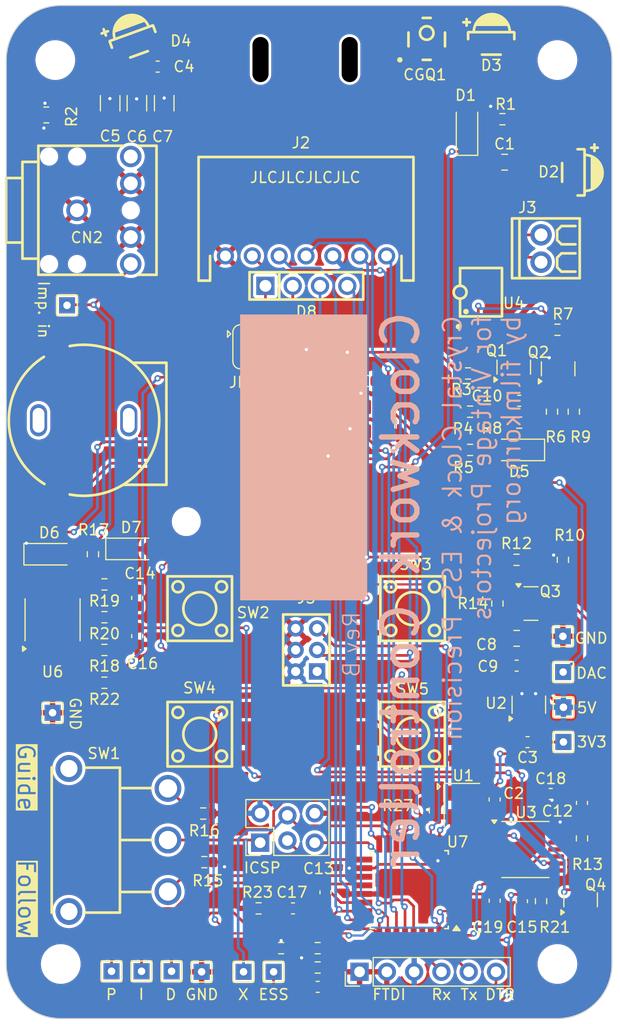
<source format=kicad_pcb>
(kicad_pcb (version 20240108) (generator "pcbnew") (generator_version "8.0")
  (layers (0 "F.Cu" signal) (31 "B.Cu" signal) (34 "B.Paste" user) (35 "F.Paste" user) (36 "B.SilkS" user "B.Silkscreen") (37 "F.SilkS" user "F.Silkscreen") (38 "B.Mask" user) (39 "F.Mask" user) (44 "Edge.Cuts" user))
  (net 0 "")
  (net 1 "+5V")
  (net 2 "GND")
  (net 3 "+3.3V")
  (net 4 "Net-(Q2-B)")
  (net 5 "/INT1")
  (net 6 "Net-(D2-A)")
  (net 7 "/SDA")
  (net 8 "/SCL")
  (net 9 "/MISO")
  (net 10 "/M-Pin")
  (net 11 "/~{RST}")
  (net 12 "/Mode-")
  (net 13 "/Mode+")
  (net 14 "/Frame-")
  (net 15 "/Frame+")
  (net 16 "/P_POT")
  (net 17 "/I_POT")
  (net 18 "/D_POT")
  (net 19 "/RX")
  (net 20 "/TX")
  (net 21 "/uC-Clock")
  (net 22 "/INT0")
  (net 23 "/MOSI")
  (net 24 "/SCK")
  (net 25 "Net-(CGQ1-VCC)")
  (net 26 "/Ext_Imp_LED")
  (net 27 "/No_Sync-LED")
  (net 28 "Net-(D5-K)")
  (net 29 "/DAC_EN")
  (net 30 "/Stop_EN")
  (net 31 "/Ctrl_V")
  (net 32 "Net-(Q4-B)")
  (net 33 "/IRSEND")
  (net 34 "/Proj_ID")
  (net 35 "Net-(CGQ1-VOUT)")
  (net 36 "Net-(C12-Pad1)")
  (net 37 "Net-(U7-AREF)")
  (net 38 "Net-(U6B-+)")
  (net 39 "Net-(D6-A)")
  (net 40 "Net-(C16-Pad2)")
  (net 41 "Net-(D2-K)")
  (net 42 "Net-(D3-A)")
  (net 43 "Net-(D4-A)")
  (net 44 "Net-(D5-A)")
  (net 45 "Net-(D8-VCC)")
  (net 46 "Net-(D8-GND)")
  (net 47 "Net-(J3-Pin_1)")
  (net 48 "Net-(J3-Pin_2)")
  (net 49 "Net-(Q1-G)")
  (net 50 "Net-(Q2-E)")
  (net 51 "Net-(Q3-C)")
  (net 52 "Net-(Q3-B)")
  (net 53 "Net-(R7-Pad2)")
  (net 54 "Net-(R13-Pad1)")
  (net 55 "Net-(R18-Pad1)")
  (net 56 "Net-(R22-Pad1)")
  (net 57 "Net-(U6B--)")
  (net 59 "Net-(U1-Output)")
  (net 60 "Net-(U3-Pad4)")
  (net 61 "Net-(U3-Pad2)")
  (net 62 "Net-(U6A--)")
  (net 64 "Net-(R15-Pad2)")
  (net 65 "Net-(R16-Pad2)")
  (net 69 "Net-(CN2-Pad2)")
  (net 70 "/DTR")
  (footprint "Capacitor_SMD:C_0603_1608Metric" (layer "F.Cu") (at 86.36 57.087 180)
    (property "Reference" "C10")
    (property "Value" "2u2")
  )
  (footprint "easyEDA:SW-SMD_4P-L6.0-W6.0-P4.50-LS9.0-H11.5" (layer "F.Cu") (at 56.624 88.102)
    (property "Reference" "SW4")
    (property "Value" "Frame -")
  )
  (footprint "Peacemans Teile:PinHeader_2x03_P2.54mm_Vertical_displaced" (layer "F.Cu") (at 62.245 98.049 90)
    (property "Reference" "J4" (hide yes))
    (property "Value" "ICSP")
  )
  (footprint "Package_QFP:TQFP-32_7x7mm_P0.8mm" (layer "F.Cu") (at 76.132 102.559 180)
    (property "Reference" "U7")
    (property "Value" "ATmega328P-A")
  )
  (footprint "Resistor_SMD:R_0603_1608Metric" (layer "F.Cu") (at 81.597 54.547)
    (property "Reference" "R3")
    (property "Value" "10")
  )
  (footprint "MountingHole:MountingHole_2.2mm_M2_DIN965" (layer "F.Cu") (at 55.372 68.326)
    (property "Reference" "H2" (hide yes))
    (property "Value" "MH Display")
  )
  (footprint "Resistor_SMD:R_0603_1608Metric" (layer "F.Cu") (at 81.788 61.659 180)
    (property "Reference" "R5")
    (property "Value" "100")
  )
  (footprint "easyEDA:AUDIO-TH_PJ-307N5" (layer "F.Cu") (at 47.7 39.37)
    (property "Reference" "CN2")
    (property "Value" "PJ-307N5")
  )
  (footprint "Capacitor_SMD:C_0603_1608Metric" (layer "F.Cu") (at 87.135 88.837 180)
    (property "Reference" "C3")
    (property "Value" "2u2")
  )
  (footprint "Capacitor_SMD:C_0603_1608Metric" (layer "F.Cu") (at 92.202 94.488 90)
    (property "Reference" "C12")
    (property "Value" "100n")
  )
  (footprint "Crystal:Crystal_SMD_3225-4Pin_3.2x2.5mm" (layer "F.Cu") (at 81.026 94.679 -90)
    (property "Reference" "U1")
    (property "Value" "ECS-TXO-3225MV-160-TR")
  )
  (footprint "Resistor_SMD:R_0603_1608Metric" (layer "F.Cu") (at 91.44 58.103 -90)
    (property "Reference" "R9")
    (property "Value" "10k")
  )
  (footprint "Capacitor_SMD:C_1206_3216Metric" (layer "F.Cu") (at 50.7746 29.4132 -90)
    (property "Reference" "C6")
    (property "Value" "47u")
  )
  (footprint "Resistor_SMD:R_0603_1608Metric" (layer "F.Cu") (at 47.752 77.216)
    (property "Reference" "R20")
    (property "Value" "100k")
  )
  (footprint "easyEDA:CONN-TH_2P-P2.54_MX128-2.54-GN01-02P-CU-Y-A" (layer "F.Cu") (at 88.392 42.926 90)
    (property "Reference" "J3")
    (property "Value" "Pause Button")
  )
  (footprint "easyEDA:LED-SMD_XYC-IRA4335A65-X4" (layer "F.Cu") (at 83.761499 24.384)
    (property "Reference" "D3")
    (property "Value" "LED")
  )
  (footprint "TestPoint:TestPoint_THTPad_1.5x1.5mm_Drill0.7mm" (layer "F.Cu") (at 42.926 86.106)
    (property "Reference" "TP3" (hide yes))
    (property "Value" "GND")
  )
  (footprint "Peacemans Teile:Kabelbinder 4mm" (layer "F.Cu") (at 66.4802 25.3492)
    (property "Reference" "H1" (hide yes))
    (property "Value" "MountingHole")
  )
  (footprint "easyEDA:SW-SMD_4P-L6.0-W6.0-P4.50-LS9.0-H11.5" (layer "F.Cu") (at 76.436 76.418)
    (property "Reference" "SW3")
    (property "Value" "Mode +")
  )
  (footprint "Capacitor_SMD:C_0603_1608Metric" (layer "F.Cu") (at 72.184 55.2505 180)
    (property "Reference" "C11")
    (property "Value" "1u")
  )
  (footprint "Diode_SMD:D_SOD-123" (layer "F.Cu") (at 86.36 61.659 180)
    (property "Reference" "D5")
    (property "Value" "B5819W SL")
  )
  (footprint "TestPoint:TestPoint_THTPad_1.5x1.5mm_Drill0.7mm" (layer "F.Cu") (at 60.7 110.2)
    (property "Reference" "TP8" (hide yes))
    (property "Value" "fps pulse")
  )
  (footprint "Diode_SMD:D_SOD-123" (layer "F.Cu") (at 81.5 31.9 90)
    (property "Reference" "D1")
    (property "Value" "B5819W SL")
  )
  (footprint "easyEDA:HDR-TH_6P-P2.00-V-F-R2-C3-S2.00-2" (layer "F.Cu") (at 66.548 80.264 90)
    (property "Reference" "J5")
    (property "Value" "LED-Connector")
  )
  (footprint "Resistor_SMD:R_0603_1608Metric" (layer "F.Cu") (at 62.1 104.3 180)
    (property "Reference" "R23")
    (property "Value" "220k")
  )
  (footprint "MountingHole:MountingHole_3.2mm_M3_DIN965" (layer "F.Cu") (at 89.916 109.474)
    (property "Reference" "H6" (hide yes))
    (property "Value" "MountingHole")
  )
  (footprint "easyEDA:LED-SMD_XYC-IRA4335A65-X4" (layer "F.Cu") (at 50.8 24.384 20)
    (property "Reference" "D4")
    (property "Value" "LED")
  )
  (footprint "Capacitor_SMD:C_0603_1608Metric" (layer "F.Cu") (at 86.614 103.632 90)
    (property "Reference" "C15")
    (property "Value" "100n")
  )
  (footprint "TestPoint:TestPoint_THTPad_1.5x1.5mm_Drill0.7mm" (layer "F.Cu") (at 90.4748 85.598)
    (property "Reference" "TP2" (hide yes))
    (property "Value" "5V")
  )
  (footprint "Package_SO:TSSOP-14_4.4x5mm_P0.65mm" (layer "F.Cu") (at 86.9365 98.825)
    (property "Reference" "U3")
    (property "Value" "74HCT14")
  )
  (footprint "Diode_SMD:D_SOD-123" (layer "F.Cu") (at 42.6175 71.361)
    (property "Reference" "D6")
    (property "Value" "B5819W SL")
  )
  (footprint "easyEDA:CONN-TH_S7B-XH-A-LF-SN" (layer "F.Cu") (at 66.5155 43.6145)
    (property "Reference" "J2")
    (property "Value" "to DIN-6 Male")
  )
  (footprint "Resistor_SMD:R_0603_1608Metric" (layer "F.Cu") (at 56.9468 95.4786 180)
    (property "Reference" "R16")
    (property "Value" "220k")
  )
  (footprint "Capacitor_SMD:C_0805_2012Metric" (layer "F.Cu") (at 86.119 79.185 180)
    (property "Reference" "C8")
    (property "Value" "22u")
  )
  (footprint "Capacitor_SMD:C_0603_1608Metric" (layer "F.Cu") (at 67.6 111.6 180)
    (property "Reference" "C20" (hide yes))
    (property "Value" "100n")
  )
  (footprint "Resistor_SMD:R_0805_2012Metric" (layer "F.Cu") (at 42.3418 30.5054)
    (property "Reference" "R2")
    (property "Value" "5R1")
  )
  (footprint "MountingHole:MountingHole_3.2mm_M3_DIN965" (layer "F.Cu") (at 43.688 109.474)
    (property "Reference" "H5" (hide yes))
    (property "Value" "MountingHole")
  )
  (footprint "Diode_SMD:D_SOD-123" (layer "F.Cu") (at 50.2375 70.866)
    (property "Reference" "D7")
    (property "Value" "B5819W SL")
  )
  (footprint "Capacitor_SMD:C_0603_1608Metric" (layer "F.Cu") (at 84.074 94.171 -90)
    (property "Reference" "C2")
    (property "Value" "100n")
  )
  (footprint "TestPoint:TestPoint_THTPad_1.5x1.5mm_Drill0.7mm" (layer "F.Cu") (at 63.5 110.2)
    (property "Reference" "TP10" (hide yes))
    (property "Value" "Imp cln")
  )
  (footprint "Package_TO_SOT_SMD:SOT-23" (layer "F.Cu") (at 87.4545 75.946)
    (property "Reference" "Q3")
    (property "Value" "SS8050")
  )
  (footprint "Capacitor_SMD:C_0805_2012Metric" (layer "F.Cu") (at 85 34.9 180)
    (property "Reference" "C1")
    (property "Value" "22u")
  )
  (footprint "easyEDA:SW-TH_SS-12D11G4R" (layer "F.Cu") (at 49.0543 97.9424 90)
    (property "Reference" "SW1")
    (property "Value" "Guide/Follow")
  )
  (footprint "TestPoint:TestPoint_THTPad_1.5x1.5mm_Drill0.7mm" (layer "F.Cu") (at 90.4748 88.8238 -90)
    (property "Reference" "TP1" (hide yes))
    (property "Value" "3V3")
  )
  (footprint "Capacitor_SMD:C_0603_1608Metric" (layer "F.Cu") (at 65.3 104.3)
    (property "Reference" "C17")
    (property "Value" "100n")
  )
  (footprint "Capacitor_SMD:C_1206_3216Metric" (layer "F.Cu") (at 48.2854 29.4132 -90)
    (property "Reference" "C5")
    (property "Value" "47u")
  )
  (footprint "Resistor_SMD:R_0603_1608Metric" (layer "F.Cu") (at 92.202 97.79 -90)
    (property "Reference" "R13")
    (property "Value" "3k3")
  )
  (footprint "Resistor_SMD:R_0603_1608Metric" (layer "F.Cu") (at 81.788 58.103)
    (property "Reference" "R4")
    (property "Value" "22k")
  )
  (footprint "Package_TO_SOT_SMD:SOT-23" (layer "F.Cu") (at 85.852 53.9605 90)
    (property "Reference" "Q1")
    (property "Value" "AO3400A")
  )
  (footprint "MountingHole:MountingHole_3.2mm_M3_DIN965" (layer "F.Cu") (at 43.18 25.4)
    (property "Reference" "H3" (hide yes))
    (property "Value" "MountingHole")
  )
  (footprint "TestPoint:TestPoint_THTPad_1.5x1.5mm_Drill0.7mm" (layer "F.Cu") (at 44.2722 48.2092 -90)
    (property "Reference" "TP9" (hide yes))
    (property "Value" "Imp IN")
  )
  (footprint "TestPoint:TestPoint_THTPad_1.5x1.5mm_Drill0.7mm" (layer "F.Cu") (at 54 110.1492)
    (property "Reference" "TP11" (hide yes))
    (property "Value" "D")
  )
  (footprint "Jumper:SolderJumper-3_P1.3mm_Bridged2Bar12_RoundedPad1.0x1.5mm" (layer "F.Cu") (at 60.706 52.07 -90)
    (property "Reference" "JP2")
    (property "Value" "GND Ctrl")
  )
  (footprint "easyEDA:LED-SMD_XYC-IRA4335A65-X4" (layer "F.Cu") (at 90.862 35.8515 -90)
    (property "Reference" "D2")
    (property "Value" "LED")
  )
  (footprint "TestPoint:TestPoint_THTPad_1.5x1.5mm_Drill0.7mm" (layer "F.Cu") (at 48.412 110.1492)
    (property "Reference" "TP6" (hide yes))
    (property "Value" "P")
  )
  (footprint "Package_TO_SOT_SMD:SOT-23-3" (layer "F.Cu") (at 87.25425 85.3525 90)
    (property "Reference" "U2")
    (property "Value" "AP2210N-3.3TRG1")
  )
  (footprint "easyEDA:OPTO-SMD_4P-L3.9-W3.4_IRM-H432M3-R8" (layer "F.Cu") (at 77.75 23.48)
    (property "Reference" "CGQ1")
    (property "Value" "DY-IRMHF384-T05-2.5KB")
  )
  (footprint "Capacitor_SMD:C_0603_1608Metric" (layer "F.Cu") (at 50.8 75.425 -90)
    (property "Reference" "C14")
    (property "Value" "100n")
  )
  (footprint "easyEDA:SOP-4_L3.9-W4.4-P2.54-LS7.0-BR" (layer "F.Cu") (at 82.804 46.99 -90)
    (property "Reference" "U4")
    (property "Value" "G3VM-61VY3(TR)")
  )
  (footprint "Package_TO_SOT_SMD:SOT-23-6" (layer "F.Cu") (at 73.218 58.8065 -90)
    (property "Reference" "U5")
    (property "Value" "MCP4725")
  )
  (footprint "Resistor_SMD:R_0603_1608Metric" (layer "F.Cu") (at 47.752 83.312 180)
    (property "Reference" "R22")
    (property "Value" "47")
  )
  (footprint "TestPoint:TestPoint_THTPad_1.5x1.5mm_Drill0.7mm" (layer "F.Cu") (at 51.206 110.1492)
    (property "Reference" "TP7" (hide yes))
    (property "Value" "I")
  )
  (footprint "Package_SO:SOIC-8_3.9x4.9mm_P1.27mm" (layer "F.Cu") (at 42.926 77.457 90)
    (property "Reference" "U6")
    (property "Value" "LMC6482")
  )
  (footprint "easyEDA:SW-SMD_4P-L6.0-W6.0-P4.50-LS9.0-H11.5" (layer "F.Cu") (at 56.624 76.418 90)
    (property "Reference" "SW2")
    (property "Value" "Mode -")
  )
  (footprint "Resistor_SMD:R_0603_1608Metric" (layer "F.Cu") (at 84.8 30.9)
    (property "Reference" "R1")
    (property "Value" "47")
  )
  (footprint "Capacitor_SMD:C_0603_1608Metric" (layer "F.Cu") (at 89.291 93.663)
    (property "Reference" "C18")
    (property "Value" "100n")
  )
  (footprint "Capacitor_SMD:C_0603_1608Metric" (layer "F.Cu") (at 52.705 26.0096)
    (property "Reference" "C4")
    (property "Value" "100n")
  )
  (footprint "TestPoint:TestPoint_THTPad_1.5x1.5mm_Drill0.7mm" (layer "F.Cu") (at 90.4494 82.3214 -90)
    (property "Reference" "TP5" (hide yes))
    (property "Value" "DAC")
  )
  (footprint "Resistor_SMD:R_0603_1608Metric" (layer "F.Cu") (at 47.752 74.168)
    (property "Reference" "R19")
    (property "Value" "100k")
  )
  (footprint "Capacitor_SMD:C_1206_3216Metric" (layer "F.Cu") (at 53.3146 29.4114 -90)
    (property "Reference" "C7")
    (property "Value" "47u")
  )
  (footprint "Package_TO_SOT_SMD:SOT-23" (layer "F.Cu") (at 92.075 103.505 90)
    (property "Reference" "Q4")
    (property "Value" "SS8050")
  )
  (footprint "TestPoint:TestPoint_THTPad_1.5x1.5mm_Drill0.7mm" (layer "F.Cu") (at 56.8 110.2)
    (property "Reference" "TP12" (hide yes))
    (property "Value" "GND")
  )
  (footprint "Resistor_SMD:R_0603_1608Metric" (layer "F.Cu") (at 46.6815 71.361 90)
    (property "Reference" "R17")
    (property "Value" "10k")
  )
  (footprint "Connector_PinHeader_2.54mm:PinHeader_1x06_P2.54mm_Vertical" (layer "F.Cu") (at 71.5 110.2 90)
    (property "Reference" "J6" (hide yes))
    (property "Value" "FTDI")
  )
  (footprint "Resistor_SMD:R_0603_1608Metric" (layer "F.Cu") (at 88.392 103.632 90)
    (property "Reference" "R21")
    (property "Value" "100k")
  )
  (footprint "Resistor_SMD:R_0603_1608Metric" (layer "F.Cu") (at 67.6 109.8)
    (property "Reference" "R26" (hide yes))
    (property "Value" "10k")
  )
  (footprint "Jumper:SolderJumper-3_P1.3mm_Bridged2Bar12_RoundedPad1.0x1.5mm" (layer "F.Cu") (at 65.024 52.07 -90)
    (property "Reference" "JP1")
    (property "Value" "VCC Ctrl")
  )
  (footprint "Resistor_SMD:R_0603_1608Metric" (layer "F.Cu") (at 64.2 108 180)
    (property "Reference" "R24" (hide yes))
    (property "Value" "2k2")
  )
  (footprint "Resistor_SMD:R_0603_1608Metric" (layer "F.Cu") (at 89.916 50.483 180)
    (property "Reference" "R7")
    (property "Value" "470")
  )
  (footprint "Resistor_SMD:R_0603_1608Metric" (layer "F.Cu") (at 84.328 75.946 90)
    (property "Reference" "R14")
    (property "Value" "10k")
  )
  (footprint "Capacitor_SMD:C_0603_1608Metric" (layer "F.Cu") (at 86.119 81.725 180)
    (property "Reference" "C9")
    (property "Value" "1u")
  )
  (footprint "Resistor_SMD:R_0603_1608Metric" (layer "F.Cu") (at 67.6 108)
    (property "Reference" "R25" (hide yes))
    (property "Value" "2k2")
  )
  (footprint "easyEDA:RES-SMD_RK10J11R0A0H_fixed" (layer "F.Cu") (at 48.219132 58.9026 90)
    (property "Reference" "RV1" (hide yes))
    (property "Value" "10k")
  )
  (footprint "Resistor_SMD:R_0603_1608Metric" (layer "F.Cu") (at 77.47 95.187 -90)
    (property "Reference" "R27")
    (property "Value" "100k")
  )
  (footprint "Resistor_SMD:R_0603_1608Metric" (layer "F.Cu") (at 57.0484 99.9998 180)
    (property "Reference" "R15")
    (property "Value" "220k")
  )
  (footprint "Resistor_SMD:R_0603_1608Metric" (layer "F.Cu") (at 86.36 59.119 180)
    (property "Reference" "R8")
    (property "Value" "100k")
  )
  (footprint "Resistor_SMD:R_0603_1608Metric" (layer "F.Cu") (at 86.106 71.882)
    (property "Reference" "R12")
    (property "Value" "470k")
  )
  (footprint "Capacitor_SMD:C_0603_1608Metric" (layer "F.Cu") (at 84.074 103.582 90)
    (property "Reference" "C19")
    (property "Value" "1u")
  )
  (footprint "Resistor_SMD:R_0603_1608Metric" (layer "F.Cu") (at 47.752 80.264)
    (property "Reference" "R18")
    (property "Value" "10k")
  )
  (footprint "Package_TO_SOT_SMD:SOT-23" (layer "F.Cu") (at 89.982 54.1175 90)
    (property "Reference" "Q2")
    (property "Value" "SS8050")
  )
  (footprint "Resistor_SMD:R_0603_1608Metric" (layer "F.Cu") (at 89.408 58.103 90)
    (property "Reference" "R6")
    (property "Value" "10k")
  )
  (footprint "easyEDA:SW-SMD_4P-L6.0-W6.0-P4.50-LS9.0-H11.5" (layer "F.Cu") (at 76.436 88.102)
    (property "Reference" "SW5")
    (property "Value" "Frame +")
  )
  (footprint "TestPoint:TestPoint_THTPad_1.5x1.5mm_Drill0.7mm" (layer "F.Cu") (at 90.424 78.994)
    (property "Reference" "TP4" (hide yes))
    (property "Value" "GND")
  )
  (footprint "MountingHole:MountingHole_3.2mm_M3_DIN965" (layer "F.Cu") (at 89.916 25.4)
    (property "Reference" "H4" (hide yes))
    (property "Value" "MountingHole")
  )
  (footprint "Capacitor_SMD:C_0603_1608Metric" (layer "F.Cu") (at 50.8 78.981 90)
    (property "Reference" "C16")
    (property "Value" "330n")
  )
  (footprint "easyEDA:HDR-TH_4P-P2.54-V-F" (layer "F.Cu") (at 66.548 46.4)
    (property "Reference" "D8")
    (property "Value" "OLED 128x64")
  )
  (footprint "Capacitor_SMD:C_0603_1608Metric" (layer "F.Cu") (at 68.326 102.807 -90)
    (property "Reference" "C13")
    (property "Value" "100n")
  )
  (footprint "Resistor_SMD:R_0603_1608Metric" (layer "F.Cu") (at 90.424 71.882 90)
    (property "Reference" "R10")
    (property "Value" "3k3")
  )
  (gr_rect (start 60.4554 49.1385) (end 72.136 75.5755) (stroke (width 0.15)) (fill solid) (layer "B.SilkS"))
  (gr_line (start 78.74 92.71) (end 78.74 93.218) (stroke (width 0.15)) (layer "F.SilkS"))
  (gr_line (start 78.994 92.964) (end 78.74 92.71) (stroke (width 0.15)) (layer "F.SilkS"))
  (gr_line (start 78.74 93.218) (end 78.994 92.964) (stroke (width 0.15)) (layer "F.SilkS"))
  (gr_arc (start 38.608 25.4) (mid 40.095898 21.807898) (end 43.688 20.32) (stroke (width 0.1)) (layer "Edge.Cuts"))
  (gr_line (start 89.916 114.554) (end 43.688 114.554) (stroke (width 0.1)) (layer "Edge.Cuts"))
  (gr_line (start 38.608 25.4) (end 38.608 109.474) (stroke (width 0.1)) (layer "Edge.Cuts"))
  (gr_arc (start 43.688 114.554) (mid 40.095898 113.066102) (end 38.608 109.474) (stroke (width 0.1)) (layer "Edge.Cuts"))
  (gr_arc (start 94.996 109.474) (mid 93.508102 113.066102) (end 89.916 114.554) (stroke (width 0.1)) (layer "Edge.Cuts"))
  (gr_line (start 43.688 20.32) (end 89.916 20.32) (stroke (width 0.1)) (layer "Edge.Cuts"))
  (gr_line (start 94.996 25.4) (end 94.996 109.474) (stroke (width 0.1)) (layer "Edge.Cuts"))
  (gr_arc (start 89.916 20.32) (mid 93.508102 21.807898) (end 94.996 25.4) (stroke (width 0.1)) (layer "Edge.Cuts"))
  (gr_text "Clockwork Controller" (at 77.26 74.676 90) (layer "B.SilkS") (effects (font (size 3.3 3.3) (thickness 0.5) (bold yes)) (justify bottom mirror)))
  (gr_text "Rev.B" (at 71.628 79.756 90) (layer "B.SilkS") (effects (font (size 1.5 1.5)) (justify bottom mirror)))
  (gr_text "Crystal Clock & ESS Precision \nfor Vintage Projectors\nby filmkorn.org" (at 86.614 49.022 90) (layer "B.SilkS") (effects (font (size 1.7 1.7) (thickness 0.2)) (justify left bottom mirror)))
  (gr_text "DTR" (at 83.1 112.9 0) (layer "F.SilkS") (effects (font (size 1 1)) (justify left bottom)))
  (gr_text "P" (at 47.8 112.9 0) (layer "F.SilkS") (effects (font (size 1 1)) (justify left bottom)))
  (gr_text "5V" (at 91.6432 86.233 0) (layer "F.SilkS") (effects (font (size 1 1)) (justify left bottom)))
  (gr_text "GND" (at 55.2 112.9 0) (layer "F.SilkS") (effects (font (size 1 1)) (justify left bottom)))
  (gr_text "Follow" (at 39.5986 99.6442 270) (layer "F.SilkS" knockout) (effects (font (size 1.5 1.5) (thickness 0.2)) (justify left bottom)))
  (gr_text "I" (at 50.848 112.8746 0) (layer "F.SilkS") (effects (font (size 1 1)) (justify left bottom)))
  (gr_text "Guide" (at 39.5732 88.8746 270) (layer "F.SilkS" knockout) (effects (font (size 1.5 1.5) (thickness 0.2)) (justify left bottom)))
  (gr_text "D" (at 53.3372 112.9 0) (layer "F.SilkS") (effects (font (size 1 1)) (justify left bottom)))
  (gr_text "FTDI" (at 72.6 112.9 0) (layer "F.SilkS") (effects (font (size 1 1)) (justify left bottom)))
  (gr_text "Tx" (at 80.8 112.9 0) (layer "F.SilkS") (effects (font (size 1 1)) (justify left bottom)))
  (gr_text "3V3" (at 91.6432 89.408 0) (layer "F.SilkS") (effects (font (size 1 1)) (justify left bottom)))
  (gr_text "Imp. in" (at 41.5036 45.847 -90) (layer "F.SilkS") (effects (font (size 1 1)) (justify left bottom)))
  (gr_text "DAC" (at 91.567 83.0072 0) (layer "F.SilkS") (effects (font (size 1 1)) (justify left bottom)))
  (gr_text "GND" (at 91.44 79.756 0) (layer "F.SilkS") (effects (font (size 1 1)) (justify left bottom)))
  (gr_text "ESS" (at 62 112.9 0) (layer "F.SilkS") (effects (font (size 1 1)) (justify left bottom)))
  (gr_text "ICSP" (at 60.6298 101.1174 0) (layer "F.SilkS") (effects (font (size 1 1)) (justify left bottom)))
  (gr_text "X" (at 60.1 112.9 0) (layer "F.SilkS") (effects (font (size 1 1)) (justify left bottom)))
  (gr_text "JLCJLCJLCJLC" (at 61.2 36.9 0) (layer "F.SilkS") (effects (font (size 1 1)) (justify left bottom)))
  (gr_text "Rx" (at 78.1 112.9 0) (layer "F.SilkS") (effects (font (size 1 1)) (justify left bottom)))
  (gr_text "GND" (at 44.45 84.582 270) (layer "F.SilkS") (effects (font (size 1 1)) (justify left bottom)))
  (segment (start 77.826334 94.718334) (end 77.47 94.362) (width 0.25) (layer "F.Cu") (net 1))
  (segment (start 86.894 81.725) (end 86.894 83.85475) (width 0.25) (layer "F.Cu") (net 1))
  (segment (start 79.257 102.884) (end 79.332 102.959) (width 0.25) (layer "F.Cu") (net 1))
  (segment (start 89.948 71.057) (end 89.565 71.44) (width 0.25) (layer "F.Cu") (net 1))
  (segment (start 48.26 28.9814) (end 48.26 27.9636) (width 0.5) (layer "F.Cu") (net 1))
  (segment (start 41.021 74.982) (end 40.894 74.855) (width 0.25) (layer "F.Cu") (net 1))
  (segment (start 73.288 100.203) (end 78.301 100.203) (width 0.25) (layer "F.Cu") (net 1))
  (segment (start 86.894 82.2712) (end 90.2208 85.598) (width 0.25) (layer "F.Cu") (net 1))
  (segment (start 83.922 102.959) (end 84.074 102.807) (width 0.25) (layer "F.Cu") (net 1))
  (segment (start 86.727 84.215) (end 86.614 84.328) (width 0.25) (layer "F.Cu") (net 1))
  (segment (start 78.301 100.203) (end 78.4189 100.3209) (width 0.25) (layer "F.Cu") (net 1))
  (segment (start 79.257 101.434) (end 79.257 102.884) (width 0.25) (layer "F.Cu") (net 1))
  (segment (start 72.268 57.669) (end 72.268 57.028) (width 0.25) (layer "F.Cu") (net 1))
  (segment (start 79.332 102.959) (end 80.382 102.959) (width 0.25) (layer "F.Cu") (net 1))
  (segment (start 86.894 81.725) (end 86.894 82.2712) (width 0.25) (layer "F.Cu") (net 1))
  (segment (start 70.5358 100.559) (end 71.882 100.559) (width 0.25) (layer "F.Cu") (net 1))
  (segment (start 41.4293 30.5054) (end 41.4293 31.0407) (width 0.5) (layer "F.Cu") (net 1))
  (segment (start 48.2872 27.9364) (end 53.3146 27.9364) (width 0.5) (layer "F.Cu") (net 1))
  (segment (start 40.894 74.855) (end 40.894 71.4345) (width 0.25) (layer "F.Cu") (net 1))
  (segment (start 72.268 57.028) (end 71.628 56.388) (width 0.25) (layer "F.Cu") (net 1))
  (segment (start 78.4189 100.3209) (end 79.457 101.359) (width 0.25) (layer "F.Cu") (net 1))
  (segment (start 71.882 100.559) (end 72.932 100.559) (width 0.25) (layer "F.Cu") (net 1))
  (segment (start 86.894 81.725) (end 86.894 79.36) (width 0.25) (layer "F.Cu") (net 1))
  (segment (start 87.25425 84.215) (end 86.727 84.215) (width 0.25) (layer "F.Cu") (net 1))
  (segment (start 66.775 109.8) (end 66.775 109.575) (width 0.25) (layer "F.Cu") (net 1))
  (segment (start 87.25425 84.215) (end 87.771 84.215) (width 0.25) (layer "F.Cu") (net 1))
  (segment (start 57.8734 99.9998) (end 58.4962 99.9998) (width 0.25) (layer "F.Cu") (net 1))
  (segment (start 50.7492 29.0068) (end 50.7746 28.9814) (width 0.5) (layer "F.Cu") (net 1))
  (segment (start 89.982 53.18) (end 89.248 53.18) (width 0.25) (layer "F.Cu") (net 1))
  (segment (start 66.775 109.8) (end 66.775 108) (width 0.25) (layer "F.Cu") (net 1))
  (segment (start 40.894 71.4345) (end 40.9675 71.361) (width 0.25) (layer "F.Cu") (net 1))
  (segment (start 79.332 101.359) (end 79.257 101.434) (width 0.25) (layer "F.Cu") (net 1))
  (segment (start 40.4876 70.3326) (end 40.9675 70.8125) (width 0.25) (layer "F.Cu") (net 1))
  (segment (start 50.7746 27.165) (end 51.93 26.0096) (width 0.5) (layer "F.Cu") (net 1))
  (segment (start 77.826334 95.115813) (end 77.826334 94.718334) (width 0.25) (layer "F.Cu") (net 1))
  (segment (start 86.894 83.85475) (end 87.25425 84.215) (width 0.25) (layer "F.Cu") (net 1))
  (segment (start 86.894 79.36) (end 87.069 79.185) (width 0.25) (layer "F.Cu") (net 1))
  (segment (start 53.3146 27.9364) (end 53.3146 28.9306) (width 0.5) (layer "F.Cu") (net 1))
  (segment (start 89.799 96.637) (end 90.17 96.266) (width 0.25) (layer "F.Cu") (net 1))
  (segment (start 80.382 101.359) (end 79.332 101.359) (width 0.25) (layer "F.Cu") (net 1))
  (segment (start 89.248 53.18) (end 89.154 53.086) (width 0.25) (layer "F.Cu") (net 1))
  (segment (start 63.5 108) (end 64.2 107.3) (width 0.25) (layer "F.Cu") (net 1))
  (segment (start 66.294 52.07) (end 66.548 52.324) (width 0.25) (layer "F.Cu") (net 1))
  (segment (start 90.066 93.663) (end 89.979 93.663) (width 0.25) (layer "F.Cu") (net 1))
  (segment (start 65.024 52.07) (end 66.294 52.07) (width 0.25) (layer "F.Cu") (net 1))
  (segment (start 58.4962 99.9998) (end 58.928 100.4316) (width 0.25) (layer "F.Cu") (net 1))
  (segment (start 79.457 101.359) (end 80.382 101.359) (width 0.25) (layer "F.Cu") (net 1))
  (segment (start 71.409 56.169) (end 71.628 56.388) (width 0.25) (layer "F.Cu") (net 1))
  (segment (start 50.7746 28.9814) (end 50.7746 27.165) (width 0.5) (layer "F.Cu") (net 1))
  (segment (start 72.932 100.559) (end 73.288 100.203) (width 0.25) (layer "F.Cu") (net 1))
  (segment (start 80.382 102.959) (end 83.922 102.959) (width 0.25) (layer "F.Cu") (net 1))
  (segment (start 78.4189 100.3209) (end 78.7908 99.949) (width 0.25) (layer "F.Cu") (net 1))
  (segment (start 89.979 93.663) (end 89.408 94.234) (width 0.25) (layer "F.Cu") (net 1))
  (segment (start 78.7908 99.949) (end 78.7908 99.8728) (width 0.25) (layer "F.Cu") (net 1))
  (segment (start 66.775 109.575) (end 66.1 108.9) (width 0.25) (layer "F.Cu") (net 1))
  (segment (start 89.799 96.875) (end 89.799 96.637) (width 0.25) (layer "F.Cu") (net 1))
  (segment (start 83.7 29.7) (end 83.975 29.975) (width 0.25) (layer "F.Cu") (net 1))
  (segment (start 83.975 29.975) (end 83.975 30.9) (width 0.25) (layer "F.Cu") (net 1))
  (segment (start 48.26 27.9636) (end 48.2872 27.9364) (width 0.5) (layer "F.Cu") (net 1))
  (segment (start 87.771 84.215) (end 87.884 84.328) (width 0.25) (layer "F.Cu") (net 1))
  (segment (start 90.424 71.057) (end 89.948 71.057) (width 0.25) (layer "F.Cu") (net 1))
  (segment (start 41.4293 30.5054) (end 41.4293 30.1987) (width 0.5) (layer "F.Cu") (net 1))
  (segment (start 90.2208 85.598) (end 90.4748 85.598) (width 0.25) (layer "F.Cu") (net 1))
  (segment (start 40.9675 70.8125) (end 40.9675 71.361) (width 0.25) (layer "F.Cu") (net 1))
  (segment (start 71.409 55.2505) (end 71.409 56.169) (width 0.25) (layer "F.Cu") (net 1))
  (segment (start 63.375 108) (end 63.5 108) (width 0.25) (layer "F.Cu") (net 1))
  (segment (start 41.4293 31.0407) (end 42.1132 31.7246) (width 0.5) (layer "F.Cu") (net 1))
  (segment (start 41.4293 30.1987) (end 42.2148 29.4132) (width 0.5) (layer "F.Cu") (net 1))
  (via (at 87.884 84.328) (size 0.6) (drill 0.3) (layers "F.Cu" "B.Cu") (net 1))
  (via (at 70.5358 100.559) (size 0.6) (drill 0.3) (layers "F.Cu" "B.Cu") (net 1))
  (via (at 58.928 100.4316) (size 0.6) (drill 0.3) (layers "F.Cu" "B.Cu") (net 1))
  (via (at 66.1 108.9) (size 0.6) (drill 0.3) (layers "F.Cu" "B.Cu") (net 1))
  (via (at 89.154 53.086) (size 0.6) (drill 0.3) (layers "F.Cu" "B.Cu") (net 1))
  (via (at 78.7908 99.8728) (size 0.6) (drill 0.3) (layers "F.Cu" "B.Cu") (net 1))
  (via (at 64.2 107.3) (size 0.6) (drill 0.3) (layers "F.Cu" "B.Cu") (net 1))
  (via (at 50.7492 29.0068) (size 0.6) (drill 0.3) (layers "F.Cu" "B.Cu") (net 1))
  (via (at 42.1132 31.7246) (size 0.6) (drill 0.3) (layers "F.Cu" "B.Cu") (net 1))
  (via (at 48.26 28.9814) (size 0.6) (drill 0.3) (layers "F.Cu" "B.Cu") (net 1))
  (via (at 90.17 96.266) (size 0.6) (drill 0.3) (layers "F.Cu" "B.Cu") (net 1))
  (via (at 53.3146 28.9306) (size 0.6) (drill 0.3) (layers "F.Cu" "B.Cu") (net 1))
  (via (at 86.614 84.328) (size 0.6) (drill 0.3) (layers "F.Cu" "B.Cu") (net 1))
  (via (at 66.548 52.324) (size 0.6) (drill 0.3) (layers "F.Cu" "B.Cu") (net 1))
  (via (at 89.565 71.44) (size 0.6) (drill 0.3) (layers "F.Cu" "B.Cu") (net 1))
  (via (at 42.2148 29.4132) (size 0.6) (drill 0.3) (layers "F.Cu" "B.Cu") (net 1))
  (via (at 71.628 56.388) (size 0.6) (drill 0.3) (layers "F.Cu" "B.Cu") (net 1))
  (via (at 77.826334 95.115813) (size 0.6) (drill 0.3) (layers "F.Cu" "B.Cu") (net 1))
  (via (at 83.7 29.7) (size 0.6) (drill 0.3) (layers "F.Cu" "B.Cu") (net 1))
  (via (at 40.4876 70.3326) (size 0.6) (drill 0.3) (layers "F.Cu" "B.Cu") (net 1))
  (via (at 89.408 94.234) (size 0.6) (drill 0.3) (layers "F.Cu" "B.Cu") (net 1))
  (segment (start 82.059 93.396) (end 81.876 93.579) (width 0.25) (layer "F.Cu") (net 3))
  (segment (start 86.831 89.916) (end 87.91 88.837) (width 0.25) (layer "F.Cu") (net 3))
  (segment (start 87.91 86.78425) (end 88.20425 86.49) (width 0.25) (layer "F.Cu") (net 3))
  (segment (start 90.4616 88.837) (end 90.4748 88.8238) (width 0.25) (layer "F.Cu") (net 3))
  (segment (start 87.91 88.837) (end 90.4616 88.837) (width 0.25) (layer "F.Cu") (net 3))
  (segment (start 84.582 89.916) (end 86.831 89.916) (width 0.25) (layer "F.Cu") (net 3))
  (segment (start 84.074 93.396) (end 82.059 93.396) (width 0.25) (layer "F.Cu") (net 3))
  (segment (start 84.074 92.964) (end 84.074 93.396) (width 0.25) (layer "F.Cu") (net 3))
  (segment (start 84.582 92.456) (end 84.074 92.964) (width 0.25) (layer "F.Cu") (net 3))
  (segment (start 87.91 88.837) (end 87.91 86.78425) (width 0.25) (layer "F.Cu") (net 3))
  (via (at 84.582 92.456) (size 0.6) (drill 0.3) (layers "F.Cu" "B.Cu") (net 3))
  (via (at 84.582 89.916) (size 0.6) (drill 0.3) (layers "F.Cu" "B.Cu") (net 3))
  (segment (start 84.582 92.456) (end 84.582 89.916) (width 0.25) (layer "B.Cu") (net 3))
  (segment (start 89.408 55.431) (end 89.032 55.055) (width 0.25) (layer "F.Cu") (net 4))
  (segment (start 89.408 57.278) (end 89.408 55.431) (width 0.25) (layer "F.Cu") (net 4))
  (segment (start 86.474 102.997) (end 86.614 102.857) (width 0.25) (layer "F.Cu") (net 5))
  (segment (start 85.1916 107.2388) (end 84.1388 107.2388) (width 0.25) (layer "F.Cu") (net 5))
  (segment (start 86.614 102.399) (end 88.238 100.775) (width 0.25) (layer "F.Cu") (net 5))
  (segment (start 81.023 106) (end 80.382 105.359) (width 0.25) (layer "F.Cu") (net 5))
  (segment (start 84.1388 107.2388) (end 82.9 106) (width 0.25) (layer "F.Cu") (net 5))
  (segment (start 64.8948 112.85) (end 63.5 111.4552) (width 0.25) (layer "F.Cu") (net 5))
  (segment (start 84.75 112.85) (end 64.8948 112.85) (width 0.25) (layer "F.Cu") (net 5))
  (segment (start 85.6996 102.997) (end 85.6234 103.0732) (width 0.25) (layer "F.Cu") (net 5))
  (segment (start 82.9 106) (end 81.023 106) (width 0.25) (layer "F.Cu") (net 5))
  (segment (start 85.2 112.4) (end 84.75 112.85) (width 0.25) (layer "F.Cu") (net 5))
  (segment (start 85.6234 103.0732) (end 85.598 103.0732) (width 0.25) (layer "F.Cu") (net 5))
  (segment (start 63.5 111.4552) (end 63.5 110.2) (width 0.25) (layer "F.Cu") (net 5))
  (segment (start 85.6996 102.997) (end 86.474 102.997) (width 0.25) (layer "F.Cu") (net 5))
  (segment (start 88.238 100.775) (end 89.799 100.775) (width 0.25) (layer "F.Cu") (net 5))
  (segment (start 86.614 102.857) (end 86.614 102.399) (width 0.25) (layer "F.Cu") (net 5))
  (via (at 85.598 103.0732) (size 0.6) (drill 0.3) (layers "F.Cu" "B.Cu") (net 5))
  (via (at 85.2 112.4) (size 0.6) (drill 0.3) (layers "F.Cu" "B.Cu") (net 5))
  (via (at 85.1916 107.2388) (size 0.6) (drill 0.3) (layers "F.Cu" "B.Cu") (net 5))
  (segment (start 85.375 112.225) (end 85.2 112.4) (width 0.25) (layer "B.Cu") (net 5))
  (segment (start 85.598 103.0732) (end 85.598 106.8324) (width 0.25) (layer "B.Cu") (net 5))
  (segment (start 85.598 106.8324) (end 85.1916 107.2388) (width 0.25) (layer "B.Cu") (net 5))
  (segment (start 85.375 107.4222) (end 85.375 112.225) (width 0.25) (layer "B.Cu") (net 5))
  (segment (start 85.1916 107.2388) (end 85.375 107.4222) (width 0.25) (layer "B.Cu") (net 5))
  (segment (start 87.5 30.6095) (end 87.5 27.8) (width 0.5) (layer "F.Cu") (net 6))
  (segment (start 87.5 27.8) (end 85.641499 25.941499) (width 0.5) (layer "F.Cu") (net 6))
  (segment (start 90.862 33.9715) (end 87.5 30.6095) (width 0.5) (layer "F.Cu") (net 6))
  (segment (start 85.641499 25.941499) (end 85.641499 24.384) (width 0.5) (layer "F.Cu") (net 6))
  (segment (start 65.975 107.05) (end 69.841116 107.05) (width 0.25) (layer "F.Cu") (net 7))
  (segment (start 74.932 107.859) (end 74.932 106.809) (width 0.25) (layer "F.Cu") (net 7))
  (segment (start 72.268 60.606499) (end 72.268 59.944) (width 0.25) (layer "F.Cu") (net 7))
  (segment (start 70.725116 107.934) (end 74.857 107.934) (width 0.25) (layer "F.Cu") (net 7))
  (segment (start 65.025 108) (end 65.975 107.05) (width 0.25) (layer "F.Cu") (net 7))
  (segment (start 73.914 61.722) (end 73.383501 61.722) (width 0.25) (layer "F.Cu") (net 7))
  (segment (start 69.841116 107.05) (end 70.725116 107.934) (width 0.25) (layer "F.Cu") (net 7))
  (segment (start 70.866 59.944) (end 70.612 59.69) (width 0.25) (layer "F.Cu") (net 7))
  (segment (start 74.932 104.65) (end 74.932 106.809) (width 0.25) (layer "F.Cu") (net 7))
  (segment (start 73.383501 61.722) (end 72.268 60.606499) (width 0.25) (layer "F.Cu") (net 7))
  (segment (start 74.857 107.934) (end 74.932 107.859) (width 0.25) (layer "F.Cu") (net 7))
  (segment (start 72.268 59.944) (end 70.866 59.944) (width 0.25) (layer "F.Cu") (net 7))
  (segment (start 74.676 104.394) (end 74.932 104.65) (width 0.25) (layer "F.Cu") (net 7))
  (via (at 73.914 61.722) (size 0.6) (drill 0.3) (layers "F.Cu" "B.Cu") (net 7))
  (via (at 74.676 104.394) (size 0.6) (drill 0.3) (layers "F.Cu" "B.Cu") (net 7))
  (via (at 70.612 59.69) (size 0.6) (drill 0.3) (layers "F.Cu" "B.Cu") (net 7))
  (segment (start 70.612 53.203) (end 70.616884 53.203) (width 0.25) (layer "B.Cu") (net 7))
  (segment (start 70.612 59.69) (end 70.612 53.203) (width 0.25) (layer "B.Cu") (net 7))
  (segment (start 70.616884 53.203) (end 70.983 52.836884) (width 0.25) (layer "B.Cu") (net 7))
  (segment (start 74.226 62.034) (end 73.914 61.722) (width 0.25) (layer "B.Cu") (net 7))
  (segment (start 74.422 104.14) (end 74.422 97.255513) (width 0.25) (layer "B.Cu") (net 7))
  (segment (start 70.983 52.836884) (end 70.983 47.037) (width 0.25) (layer "B.Cu") (net 7))
  (segment (start 74.226 97.059513) (end 74.226 62.034) (width 0.25) (layer "B.Cu") (net 7))
  (segment (start 70.983 47.037) (end 70.358 46.412) (width 0.25) (layer "B.Cu") (net 7))
  (segment (start 74.422 97.255513) (end 74.226 97.059513) (width 0.25) (layer "B.Cu") (net 7))
  (segment (start 74.676 104.394) (end 74.422 104.14) (width 0.25) (layer "B.Cu") (net 7))
  (segment (start 75.732 104.18) (end 75.732 106.809) (width 0.25) (layer "F.Cu") (net 8))
  (segment (start 68.425 108) (end 68.809 108.384) (width 0.25) (layer "F.Cu") (net 8))
  (segment (start 75.316 108.384) (end 75.732 107.968) (width 0.25) (layer "F.Cu") (net 8))
  (segment (start 75.732 107.968) (end 75.732 106.809) (width 0.25) (layer "F.Cu") (net 8))
  (segment (start 74.1395 60.9315) (end 73.817092 60.9315) (width 0.25) (layer "F.Cu") (net 8))
  (segment (start 74.676 61.468) (end 74.1395 60.9315) (width 0.25) (layer "F.Cu") (net 8))
  (segment (start 68.809 108.384) (end 75.316 108.384) (width 0.25) (layer "F.Cu") (net 8))
  (segment (start 73.218 60.332408) (end 73.218 59.944) (width 0.25) (layer "F.Cu") (net 8))
  (segment (start 73.817092 60.9315) (end 73.218 60.332408) (width 0.25) (layer "F.Cu") (net 8))
  (segment (start 75.692 104.14) (end 75.732 104.18) (width 0.25) (layer "F.Cu") (net 8))
  (segment (start 68.58 62.23) (end 68.834 62.484) (width 0.25) (layer "F.Cu") (net 8))
  (segment (start 74.676 61.843884) (end 74.676 61.468) (width 0.25) (layer "F.Cu") (net 8))
  (segment (start 68.834 62.484) (end 74.035884 62.484) (width 0.25) (layer "F.Cu") (net 8))
  (segment (start 74.035884 62.484) (end 74.676 61.843884) (width 0.25) (layer "F.Cu") (net 8))
  (via (at 68.58 62.23) (size 0.6) (drill 0.3) (layers "F.Cu" "B.Cu") (net 8))
  (via (at 75.692 104.14) (size 0.6) (drill 0.3) (layers "F.Cu" "B.Cu") (net 8))
  (via (at 74.676 61.468) (size 0.6) (drill 0.3) (layers "F.Cu" "B.Cu") (net 8))
  (segment (start 75.692 104.14) (end 75.438 103.886) (width 0.25) (layer "B.Cu") (net 8))
  (segment (start 75.438 97.635117) (end 74.676 96.873117) (width 0.25) (layer "B.Cu") (net 8))
  (segment (start 67.818 46.412) (end 67.818 61.468) (width 0.25) (layer "B.Cu") (net 8))
  (segment (start 67.818 61.468) (end 68.58 62.23) (width 0.25) (layer "B.Cu") (net 8))
  (segment (start 74.676 96.873117) (end 74.676 61.468) (width 0.25) (layer "B.Cu") (net 8))
  (segment (start 75.438 103.886) (end 75.438 97.635117) (width 0.25) (layer "B.Cu") (net 8))
  (segment (start 64.498299 94.274) (end 63.5 95.272299) (width 0.25) (layer "F.Cu") (net 9))
  (segment (start 70.8564 94.8944) (end 70.236 94.274) (width 0.25) (layer "F.Cu") (net 9))
  (segment (start 63.5 95.272299) (end 63.5 96.934) (width 0.25) (layer "F.Cu") (net 9))
  (segment (start 63.5 96.934) (end 62.245 98.189) (width 0.25) (layer "F.Cu") (net 9))
  (segment (start 73.332 98.097) (end 72.5678 97.3328) (width 0.25) (layer "F.Cu") (net 9))
  (segment (start 53.6643 97.9424) (end 61.9984 97.9424) (width 0.25) (layer "F.Cu") (net 9))
  (segment (start 61.9984 97.9424) (end 62.245 98.189) (width 0.25) (layer "F.Cu") (net 9))
  (segment (start 72.644 94.8944) (end 70.8564 94.8944) (width 0.25) (layer "F.Cu") (net 9))
  (segment (start 70.236 94.274) (end 64.498299 94.274) (width 0.25) (layer "F.Cu") (net 9))
  (segment (start 73.332 98.309) (end 73.332 98.097) (width 0.25) (layer "F.Cu") (net 9))
  (via (at 72.644 94.8944) (size 0.6) (drill 0.3) (layers "F.Cu" "B.Cu") (net 9))
  (via (at 72.5678 97.3328) (size 0.6) (drill 0.3) (layers "F.Cu" "B.Cu") (net 9))
  (segment (start 72.5678 97.3328) (end 72.5678 94.9706) (width 0.25) (layer "B.Cu") (net 9))
  (segment (start 72.5678 94.9706) (end 72.644 94.8944) (width 0.25) (layer "B.Cu") (net 9))
  (segment (start 84.328 76.771) (end 82.8 75.243) (width 0.25) (layer "F.Cu") (net 10))
  (segment (start 82.8 73.2) (end 81.228 71.628) (width 0.25) (layer "F.Cu") (net 10))
  (segment (start 82.8 75.243) (end 82.8 73.2) (width 0.25) (layer "F.Cu") (net 10))
  (segment (start 81.228 71.628) (end 72.136 71.628) (width 0.25) (layer "F.Cu") (net 10))
  (via (at 72.136 71.628) (size 0.6) (drill 0.3) (layers "F.Cu" "B.Cu") (net 10))
  (segment (start 72.253 71.511) (end 72.253 44.352) (width 0.25) (layer "B.Cu") (net 10))
  (segment (start 72.253 44.352) (end 71.5155 43.6145) (width 0.25) (layer "B.Cu") (net 10))
  (segment (start 72.136 71.628) (end 72.253 71.511) (width 0.25) (layer "B.Cu") (net 10))
  (segment (start 74.671116 103.515) (end 75.950884 103.515) (width 0.25) (layer "F.Cu") (net 11))
  (segment (start 69.391 108.834) (end 68.425 109.8) (width 0.25) (layer "F.Cu") (net 11))
  (segment (start 72.281 98.189) (end 72.644 98.552) (width 0.25) (layer "F.Cu") (net 11))
  (segment (start 75.557 108.834) (end 69.391 108.834) (width 0.25) (layer "F.Cu") (net 11))
  (segment (start 74.376316 103.8098) (end 74.671116 103.515) (width 0.25) (layer "F.Cu") (net 11))
  (segment (start 73.289 103.8098) (end 74.376316 103.8098) (width 0.25) (layer "F.Cu") (net 11))
  (segment (start 67.325 98.189) (end 72.281 98.189) (width 0.25) (layer "F.Cu") (net 11))
  (segment (start 76.532 107.859) (end 75.557 108.834) (width 0.25) (layer "F.Cu") (net 11))
  (segment (start 68.375 109.85) (end 68.425 109.8) (width 0.25) (layer "F.Cu") (net 11))
  (segment (start 76.532 106.809) (end 76.532 107.859) (width 0.25) (layer "F.Cu") (net 11))
  (segment (start 72.644 98.552) (end 72.556998 98.552) (width 0.25) (layer "F.Cu") (net 11))
  (segment (start 75.950884 103.515) (end 76.532 104.096116) (width 0.25) (layer "F.Cu") (net 11))
  (segment (start 68.375 111.6) (end 68.375 109.85) (width 0.25) (layer "F.Cu") (net 11))
  (segment (start 76.532 104.096116) (end 76.532 106.809) (width 0.25) (layer "F.Cu") (net 11))
  (via (at 72.556998 98.552) (size 0.6) (drill 0.3) (layers "F.Cu" "B.Cu") (net 11))
  (via (at 73.289 103.8098) (size 0.6) (drill 0.3) (layers "F.Cu" "B.Cu") (net 11))
  (segment (start 73.182002 103.702802) (end 73.182002 99.177004) (width 0.25) (layer "B.Cu") (net 11))
  (segment (start 73.289 103.8098) (end 73.182002 103.702802) (width 0.25) (layer "B.Cu") (net 11))
  (segment (start 73.182002 99.177004) (end 72.556998 98.552) (width 0.25) (layer "B.Cu") (net 11))
  (segment (start 75.388441 96.701674) (end 74.932 97.158115) (width 0.2) (layer "F.Cu") (net 12))
  (segment (start 53.1114 72.5678) (end 53.5612 72.118) (width 0.2) (layer "F.Cu") (net 12))
  (segment (start 74.168 83.82) (end 57.476 83.82) (width 0.2) (layer "F.Cu") (net 12))
  (segment (start 54.374 80.718) (end 53.8702 80.718) (width 0.2) (layer "F.Cu") (net 12))
  (segment (start 74.932 97.158115) (end 74.932 98.309) (width 0.2) (layer "F.Cu") (net 12))
  (segment (start 53.5612 72.118) (end 54.374 72.118) (width 0.2) (layer "F.Cu") (net 12))
  (segment (start 57.476 83.82) (end 54.374 80.718) (width 0.2) (layer "F.Cu") (net 12))
  (segment (start 53.8702 80.718) (end 53.0098 79.8576) (width 0.2) (layer "F.Cu") (net 12))
  (segment (start 75.438 82.55) (end 74.168 83.82) (width 0.2) (layer "F.Cu") (net 12))
  (via (at 75.388441 96.701674) (size 0.6) (drill 0.3) (layers "F.Cu" "B.Cu") (net 12))
  (via (at 53.0098 79.8576) (size 0.6) (drill 0.3) (layers "F.Cu" "B.Cu") (net 12))
  (via (at 53.1114 72.5678) (size 0.6) (drill 0.3) (layers "F.Cu" "B.Cu") (net 12))
  (via (at 75.438 82.55) (size 0.6) (drill 0.3) (layers "F.Cu" "B.Cu") (net 12))
  (segment (start 75.438 82.55) (end 75.438 96.652115) (width 0.2) (layer "B.Cu") (net 12))
  (segment (start 53.0098 79.8576) (end 53.0098 72.6694) (width 0.2) (layer "B.Cu") (net 12))
  (segment (start 75.438 96.652115) (end 75.388441 96.701674) (width 0.2) (layer "B.Cu") (net 12))
  (segment (start 53.0098 72.6694) (end 53.1114 72.5678) (width 0.2) (layer "B.Cu") (net 12))
  (segment (start 74.132 105.1454) (end 74.132 106.809) (width 0.2) (layer "F.Cu") (net 13))
  (segment (start 72.136 75.438) (end 72.136 74.168) (width 0.2) (layer "F.Cu") (net 13))
  (segment (start 72.136 74.168) (end 80.736 74.168) (width 0.2) (layer "F.Cu") (net 13))
  (segment (start 73.278614 104.620205) (end 73.606805 104.620205) (width 0.2) (layer "F.Cu") (net 13))
  (segment (start 73.606805 104.620205) (end 74.132 105.1454) (width 0.2) (layer "F.Cu") (net 13))
  (via (at 72.136 75.438) (size 0.6) (drill 0.3) (layers "F.Cu" "B.Cu") (net 13))
  (via (at 73.278614 104.620205) (size 0.6) (drill 0.3) (layers "F.Cu" "B.Cu") (net 13))
  (segment (start 73.278614 104.620205) (end 73.124205 104.620205) (width 0.2) (layer "B.Cu") (net 13))
  (segment (start 71.628 103.124) (end 71.628 75.946) (width 0.2) (layer "B.Cu") (net 13))
  (segment (start 71.628 75.946) (end 72.136 75.438) (width 0.2) (layer "B.Cu") (net 13))
  (segment (start 73.124205 104.620205) (end 71.628 103.124) (width 0.2) (layer "B.Cu") (net 13))
  (segment (start 52.324 85.852) (end 60.924 85.852) (width 0.2) (layer "F.Cu") (net 14))
  (segment (start 79.083 104.559) (end 78.994 104.648) (width 0.2) (layer "F.Cu") (net 14))
  (segment (start 70.5 106.825) (end 70.3 106.625) (width 0.2) (layer "F.Cu") (net 14))
  (segment (start 60.924 85.852) (end 58.674 85.852) (width 0.2) (layer "F.Cu") (net 14))
  (segment (start 80.382 104.559) (end 79.083 104.559) (width 0.2) (layer "F.Cu") (net 14))
  (segment (start 59.3148 106.625) (end 58.039 105.3492) (width 0.2) (layer "F.Cu") (net 14))
  (segment (start 70.3 106.625) (end 59.3148 106.625) (width 0.2) (layer "F.Cu") (net 14))
  (segment (start 58.674 85.852) (end 58.166 86.36) (width 0.2) (layer "F.Cu") (net 14))
  (via (at 58.039 105.3492) (size 0.6) (drill 0.3) (layers "F.Cu" "B.Cu") (net 14))
  (via (at 78.994 104.648) (size 0.6) (drill 0.3) (layers "F.Cu" "B.Cu") (net 14))
  (via (at 70.5 106.825) (size 0.6) (drill 0.3) (layers "F.Cu" "B.Cu") (net 14))
  (via (at 58.166 86.36) (size 0.6) (drill 0.3) (layers "F.Cu" "B.Cu") (net 14))
  (segment (start 72.5 106.1) (end 78.644529 106.1) (width 0.2) (layer "B.Cu") (net 14))
  (segment (start 57.912 105.2222) (end 57.912 87.122) (width 0.2) (layer "B.Cu") (net 14))
  (segment (start 79.248 104.902) (end 78.994 104.648) (width 0.2) (layer "B.Cu") (net 14))
  (segment (start 57.912 87.122) (end 58.166 86.868) (width 0.2) (layer "B.Cu") (net 14))
  (segment (start 79.248 105.496529) (end 79.248 104.902) (width 0.2) (layer "B.Cu") (net 14))
  (segment (start 58.039 105.3492) (end 57.912 105.2222) (width 0.2) (layer "B.Cu") (net 14))
  (segment (start 70.5 106.825) (end 71.775 106.825) (width 0.2) (layer "B.Cu") (net 14))
  (segment (start 58.166 86.868) (end 58.166 86.36) (width 0.2) (layer "B.Cu") (net 14))
  (segment (start 71.775 106.825) (end 72.5 106.1) (width 0.2) (layer "B.Cu") (net 14))
  (segment (start 78.644529 106.1) (end 79.248 105.496529) (width 0.2) (layer "B.Cu") (net 14))
  (segment (start 78.994 85.852) (end 80.736 85.852) (width 0.2) (layer "F.Cu") (net 15))
  (segment (start 78.132 96.874) (end 78.232 96.774) (width 0.2) (layer "F.Cu") (net 15))
  (segment (start 72.136 85.852) (end 74.26 87.976) (width 0.2) (layer "F.Cu") (net 15))
  (segment (start 80.736 86.904) (end 80.736 85.852) (width 0.2) (layer "F.Cu") (net 15))
  (segment (start 78.132 98.309) (end 78.132 96.874) (width 0.2) (layer "F.Cu") (net 15))
  (segment (start 74.26 87.976) (end 79.664 87.976) (width 0.2) (layer "F.Cu") (net 15))
  (segment (start 79.664 87.976) (end 80.736 86.904) (width 0.2) (layer "F.Cu") (net 15))
  (via (at 78.232 96.774) (size 0.6) (drill 0.3) (layers "F.Cu" "B.Cu") (net 15))
  (via (at 78.994 85.852) (size 0.6) (drill 0.3) (layers "F.Cu" "B.Cu") (net 15))
  (segment (start 78.232 96.774) (end 78.8924 96.1136) (width 0.2) (layer "B.Cu") (net 15))
  (segment (start 78.8924 85.9536) (end 78.994 85.852) (width 0.2) (layer "B.Cu") (net 15))
  (segment (start 78.8924 96.1136) (end 78.8924 85.9536) (width 0.2) (layer "B.Cu") (net 15))
  (segment (start 57.377087 101.257) (end 54.316687 104.3174) (width 0.25) (layer "F.Cu") (net 16))
  (segment (start 71.78 101.257) (end 57.377087 101.257) (width 0.25) (layer "F.Cu") (net 16))
  (segment (start 53.2388 104.3174) (end 48.412 109.1442) (width 0.25) (layer "F.Cu") (net 16))
  (segment (start 71.882 101.359) (end 71.78 101.257) (width 0.25) (layer "F.Cu") (net 16))
  (segment (start 54.316687 104.3174) (end 53.2388 104.3174) (width 0.25) (layer "F.Cu") (net 16))
  (segment (start 48.412 109.1442) (end 48.412 110.1492) (width 0.25) (layer "F.Cu") (net 16))
  (segment (start 68.810052 102.807) (end 67.841948 102.807) (width 0.25) (layer "F.Cu") (net 17))
  (segment (start 69.762052 103.759) (end 68.810052 102.807) (width 0.25) (layer "F.Cu") (net 17))
  (segment (start 66.965148 101.9302) (end 57.8612 101.9302) (width 0.25) (layer "F.Cu") (net 17))
  (segment (start 71.882 103.759) (end 69.762052 103.759) (width 0.25) (layer "F.Cu") (net 17))
  (segment (start 57.8612 101.9302) (end 51.206 108.5854) (width 0.25) (layer "F.Cu") (net 17))
  (segment (start 67.841948 102.807) (end 66.965148 101.9302) (width 0.25) (layer "F.Cu") (net 17))
  (segment (start 51.206 108.5854) (end 51.206 110.1492) (width 0.25) (layer "F.Cu") (net 17))
  (segment (start 81.15 33.9) (end 81.5 33.55) (width 0.25) (layer "F.Cu") (net 18))
  (segment (start 61.3 106.2) (end 59.8242 104.7242) (width 0.25) (layer "F.Cu") (net 18))
  (segment (start 73.332 105.484) (end 73.406 105.41) (width 0.25) (layer "F.Cu") (net 18))
  (segment (start 80.1 33.9) (end 81.15 33.9) (width 0.25) (layer "F.Cu") (net 18))
  (segment (start 57.658 104.7242) (end 54 108.3822) (width 0.25) (layer "F.Cu") (net 18))
  (segment (start 73.332 106.809) (end 73.332 105.484) (width 0.25) (layer "F.Cu") (net 18))
  (segment (start 54 108.3822) (end 54 110.1492) (width 0.25) (layer "F.Cu") (net 18))
  (segment (start 76.2 63.246) (end 76.708 62.738) (width 0.25) (layer "F.Cu") (net 18))
  (segment (start 73.601 63.246) (end 76.2 63.246) (width 0.25) (layer "F.Cu") (net 18))
  (segment (start 72.723 106.2) (end 61.3 106.2) (width 0.25) (layer "F.Cu") (net 18))
  (segment (start 73.332 106.809) (end 72.723 106.2) (width 0.25) (layer "F.Cu") (net 18))
  (segment (start 59.8242 104.7242) (end 57.658 104.7242) (width 0.25) (layer "F.Cu") (net 18))
  (via (at 80.1 33.9) (size 0.6) (drill 0.3) (layers "F.Cu" "B.Cu") (net 18))
  (via (at 73.601 63.246) (size 0.6) (drill 0.3) (layers "F.Cu" "B.Cu") (net 18))
  (via (at 76.708 62.738) (size 0.6) (drill 0.3) (layers "F.Cu" "B.Cu") (net 18))
  (via (at 73.406 105.41) (size 0.6) (drill 0.3) (layers "F.Cu" "B.Cu") (net 18))
  (segment (start 73.914 97.79) (end 73.601 97.477) (width 0.25) (layer "B.Cu") (net 18))
  (segment (start 80.1 33.9) (end 79.756 34.244) (width 0.25) (layer "B.Cu") (net 18))
  (segment (start 73.914 104.902) (end 73.914 97.79) (width 0.25) (layer "B.Cu") (net 18))
  (segment (start 73.601 97.477) (end 73.601 63.246) (width 0.25) (layer "B.Cu") (net 18))
  (segment (start 79.756 34.244) (end 79.756 59.69) (width 0.25) (layer "B.Cu") (net 18))
  (segment (start 79.756 59.69) (end 76.708 62.738) (width 0.25) (layer "B.Cu") (net 18))
  (segment (start 73.406 105.41) (end 73.914 104.902) (width 0.25) (layer "B.Cu") (net 18))
  (segment (start 73.406 105.41) (end 73.312959 105.41) (width 0.25) (layer "B.Cu") (net 18))
  (segment (start 77.332 106.809) (end 77.332 108.412) (width 0.25) (layer "F.Cu") (net 19))
  (segment (start 77.332 108.412) (end 79.12 110.2) (width 0.25) (layer "F.Cu") (net 19))
  (segment (start 78.207 107.934) (end 79.394 107.934) (width 0.25) (layer "F.Cu") (net 20))
  (segment (start 78.132 107.859) (end 78.207 107.934) (width 0.25) (layer "F.Cu") (net 20))
  (segment (start 79.394 107.934) (end 81.66 110.2) (width 0.25) (layer "F.Cu") (net 20))
  (segment (start 78.132 106.809) (end 78.132 107.859) (width 0.25) (layer "F.Cu") (net 20))
  (segment (start 81.741 100.125) (end 81.307 100.559) (width 0.25) (layer "F.Cu") (net 21))
  (segment (start 81.307 100.559) (end 80.382 100.559) (width 0.25) (layer "F.Cu") (net 21))
  (segment (start 84.074 100.125) (end 81.741 100.125) (width 0.25) (layer "F.Cu") (net 21))
  (segment (start 85.6994 102.032) (end 88.2804 99.451) (width 0.25) (layer "F.Cu") (net 22))
  (segment (start 78.932 106.809) (end 78.932 105.856) (width 0.25) (layer "F.Cu") (net 22))
  (segment (start 78.932 105.856) (end 78.486 105.41) (width 0.25) (layer "F.Cu") (net 22))
  (segment (start 82.6897 102.3239) (end 82.9816 102.032) (width 0.25) (layer "F.Cu") (net 22))
  (segment (start 81.9384 106.809) (end 78.932 106.809) (width 0.25) (layer "F.Cu") (net 22))
  (segment (start 89.775 99.451) (end 89.799 99.475) (width 0.25) (layer "F.Cu") (net 22))
  (segment (start 82.9816 102.032) (end 85.6994 102.032) (width 0.25) (layer "F.Cu") (net 22))
  (segment (start 82.1182 106.6292) (end 81.9384 106.809) (width 0.25) (layer "F.Cu") (net 22))
  (segment (start 76.454 98.387) (end 76.532 98.309) (width 0.25) (layer "F.Cu") (net 22))
  (segment (start 88.2804 99.451) (end 89.775 99.451) (width 0.25) (layer "F.Cu") (net 22))
  (segment (start 76.454 99.568) (end 76.454 98.387) (width 0.25) (layer "F.Cu") (net 22))
  (via (at 76.454 99.568) (size 0.6) (drill 0.3) (layers "F.Cu" "B.Cu") (net 22))
  (via (at 78.486 105.41) (size 0.6) (drill 0.3) (layers "F.Cu" "B.Cu") (net 22))
  (via (at 82.6897 102.3239) (size 0.6) (drill 0.3) (layers "F.Cu" "B.Cu") (net 22))
  (via (at 82.1182 106.6292) (size 0.6) (drill 0.3) (layers "F.Cu" "B.Cu") (net 22))
  (segment (start 78.486 105.41) (end 78.232 105.156) (width 0.25) (layer "B.Cu") (net 22))
  (segment (start 78.232 105.156) (end 78.232 101.346) (width 0.25) (layer "B.Cu") (net 22))
  (segment (start 82.3976 106.3498) (end 82.1182 106.6292) (width 0.25) (layer "B.Cu") (net 22))
  (segment (start 82.3976 102.616) (end 82.3976 106.3498) (width 0.25) (layer "B.Cu") (net 22))
  (segment (start 78.232 101.346) (end 76.454 99.568) (width 0.25) (layer "B.Cu") (net 22))
  (segment (start 82.6897 102.3239) (end 82.3976 102.616) (width 0.25) (layer "B.Cu") (net 22))
  (segment (start 73.4592 96.624) (end 74.132 97.2968) (width 0.25) (layer "F.Cu") (net 23))
  (segment (start 65.76 96.624) (end 73.4592 96.624) (width 0.25) (layer "F.Cu") (net 23))
  (segment (start 74.132 97.2968) (end 74.132 98.309) (width 0.25) (layer "F.Cu") (net 23))
  (segment (start 64.785 95.649) (end 65.76 96.624) (width 0.25) (layer "F.Cu") (net 23))
  (segment (start 60.2 97.884) (end 60.2 107.9226) (width 0.25) (layer "B.Cu") (net 23))
  (segment (start 64.785 95.649) (end 63.42 97.014) (width 0.25) (layer "B.Cu") (net 23))
  (segment (start 60.2 107.9226) (end 60.7 108.4226) (width 0.25) (layer "B.Cu") (net 23))
  (segment (start 63.42 97.014) (end 61.07 97.014) (width 0.25) (layer "B.Cu") (net 23))
  (segment (start 61.07 97.014) (end 60.2 97.884) (width 0.25) (layer "B.Cu") (net 23))
  (segment (start 60.7 108.4226) (end 60.7 110.2) (width 0.25) (layer "B.Cu") (net 23))
  (segment (start 64.785 97.989) (end 66.555 99.759) (width 0.25) (layer "F.Cu") (net 24))
  (segment (start 66.555 99.759) (end 71.882 99.759) (width 0.25) (layer "F.Cu") (net 24))
  (segment (start 85.625 33.325) (end 85.95 33.65) (width 0.25) (layer "F.Cu") (net 25))
  (segment (start 79.1 25.1) (end 80.8 26.8) (width 0.25) (layer "F.Cu") (net 25))
  (segment (start 85.625 33.325) (end 85.625 30.9) (width 0.25) (layer "F.Cu") (net 25))
  (segment (start 85.95 33.65) (end 85.95 34.9) (width 0.25) (layer "F.Cu") (net 25))
  (segment (start 84.071884 26.8) (end 85.625 28.353116) (width 0.25) (layer "F.Cu") (net 25))
  (segment (start 80.8 26.8) (end 84.071884 26.8) (width 0.25) (layer "F.Cu") (net 25))
  (segment (start 85.625 28.353116) (end 85.625 30.9) (width 0.25) (layer "F.Cu") (net 25))
  (segment (start 83.085 91.615) (end 67.739 91.615) (width 0.25) (layer "F.Cu") (net 26))
  (segment (start 67.739 91.615) (end 67.564 91.44) (width 0.25) (layer "F.Cu") (net 26))
  (segment (start 83.768 90.932) (end 83.085 91.615) (width 0.25) (layer "F.Cu") (net 26))
  (segment (start 85.598 90.932) (end 83.768 90.932) (width 0.25) (layer "F.Cu") (net 26))
  (segment (start 90.551 102.7684) (end 90.7519 102.5675) (width 0.25) (layer "F.Cu") (net 26))
  (segment (start 90.7519 102.5675) (end 92.075 102.5675) (width 0.25) (layer "F.Cu") (net 26))
  (segment (start 86.614 91.948) (end 85.598 90.932) (width 0.25) (layer "F.Cu") (net 26))
  (via (at 67.564 91.44) (size 0.6) (drill 0.3) (layers "F.Cu" "B.Cu") (net 26))
  (via (at 90.551 102.7684) (size 0.6) (drill 0.3) (layers "F.Cu" "B.Cu") (net 26))
  (via (at 86.614 91.948) (size 0.6) (drill 0.3) (layers "F.Cu" "B.Cu") (net 26))
  (segment (start 67.31 82.502) (end 67.548 82.264) (width 0.25) (layer "B.Cu") (net 26))
  (segment (start 68.633 90.371) (end 67.564 91.44) (width 0.25) (layer "B.Cu") (net 26))
  (segment (start 86.614 95.890116) (end 86.614 91.948) (width 0.25) (layer "B.Cu") (net 26))
  (segment (start 90.551 99.827116) (end 86.614 95.890116) (width 0.25) (layer "B.Cu") (net 26))
  (segment (start 90.551 102.7684) (end 90.551 99.827116) (width 0.25) (layer "B.Cu") (net 26))
  (segment (start 67.548 82.264) (end 68.633 83.349) (width 0.25) (layer "B.Cu") (net 26))
  (segment (start 68.633 83.349) (end 68.633 90.371) (width 0.25) (layer "B.Cu") (net 26))
  (segment (start 78.932 97.09) (end 78.994 97.028) (width 0.25) (layer "F.Cu") (net 27))
  (segment (start 79.385 79.893) (end 69.177 79.893) (width 0.25) (layer "F.Cu") (net 27))
  (segment (start 78.932 98.309) (end 78.932 97.09) (width 0.25) (layer "F.Cu") (net 27))
  (segment (start 79.502 80.01) (end 79.385 79.893) (width 0.25) (layer "F.Cu") (net 27))
  (segment (start 69.177 79.893) (end 67.548 78.264) (width 0.25) (layer "F.Cu") (net 27))
  (via (at 78.994 97.028) (size 0.6) (drill 0.3) (layers "F.Cu" "B.Cu") (net 27))
  (via (at 79.502 80.01) (size 0.6) (drill 0.3) (layers "F.Cu" "B.Cu") (net 27))
  (segment (start 79.502 80.01) (end 79.619 80.127) (width 0.25) (layer "B.Cu") (net 27))
  (segment (start 79.619 96.403) (end 78.994 97.028) (width 0.25) (layer "B.Cu") (net 27))
  (segment (start 79.619 80.127) (end 79.619 96.403) (width 0.25) (layer "B.Cu") (net 27))
  (segment (start 87.185 59.119) (end 87.185 57.137) (width 0.25) (layer "F.Cu") (net 28))
  (segment (start 87.185 59.119) (end 89.217 59.119) (width 0.25) (layer "F.Cu") (net 28))
  (segment (start 87.185 57.137) (end 87.135 57.087) (width 0.25) (layer "F.Cu") (net 28))
  (segment (start 89.217 59.119) (end 89.408 58.928) (width 0.25) (layer "F.Cu") (net 28))
  (segment (start 88.01 59.944) (end 87.185 59.119) (width 0.25) (layer "F.Cu") (net 28))
  (segment (start 88.01 61.659) (end 88.01 59.944) (width 0.25) (layer "F.Cu") (net 28))
  (segment (start 76.2 80.518) (end 75.946 80.772) (width 0.25) (layer "F.Cu") (net 29))
  (segment (start 73.406 44.958) (end 62.859 44.958) (width 0.25) (layer "F.Cu") (net 29))
  (segment (start 75.946 80.772) (end 68.056 80.772) (width 0.25) (layer "F.Cu") (net 29))
  (segment (start 68.056 80.772) (end 67.548 80.264) (width 0.25) (layer "F.Cu") (net 29))
  (segment (start 75.732 97.242) (end 75.732 98.309) (width 0.25) (layer "F.Cu") (net 29))
  (segment (start 62.859 44.958) (end 61.5155 43.6145) (width 0.25) (layer "F.Cu") (net 29))
  (segment (start 76.2 96.774) (end 75.732 97.242) (width 0.25) (layer "F.Cu") (net 29))
  (via (at 76.2 80.518) (size 0.6) (drill 0.3) (layers "F.Cu" "B.Cu") (net 29))
  (via (at 73.406 44.958) (size 0.6) (drill 0.3) (layers "F.Cu" "B.Cu") (net 29))
  (via (at 76.2 96.774) (size 0.6) (drill 0.3) (layers "F.Cu" "B.Cu") (net 29))
  (segment (start 76.2 72.898) (end 75.184 71.882) (width 0.25) (layer "B.Cu") (net 29))
  (segment (start 76.2 80.518) (end 76.2 72.898) (width 0.25) (layer "B.Cu") (net 29))
  (segment (start 75.184 71.882) (end 75.184 61.843884) (width 0.25) (layer "B.Cu") (net 29))
  (segment (start 73.914 52.964116) (end 73.914 45.212) (width 0.25) (layer "B.Cu") (net 29))
  (segment (start 75.301 61.726884) (end 75.301 54.351116) (width 0.25) (layer "B.Cu") (net 29))
  (segment (start 73.66 44.958) (end 73.406 44.958) (width 0.25) (layer "B.Cu") (net 29))
  (segment (start 73.914 45.212) (end 73.66 44.958) (width 0.25) (layer "B.Cu") (net 29))
  (segment (start 75.184 61.843884) (end 75.301 61.726884) (width 0.25) (layer "B.Cu") (net 29))
  (segment (start 76.2 96.774) (end 76.2 80.518) (width 0.25) (layer "B.Cu") (net 29))
  (segment (start 75.301 54.351116) (end 73.914 52.964116) (width 0.25) (layer "B.Cu") (net 29))
  (segment (start 77.47 95.895) (end 76.825 95.25) (width 0.25) (layer "F.Cu") (net 30))
  (segment (start 77.332 96.15) (end 77.47 96.012) (width 0.25) (layer "F.Cu") (net 30))
  (segment (start 77.332 98.309) (end 77.332 96.15) (width 0.25) (layer "F.Cu") (net 30))
  (segment (start 77.47 96.012) (end 77.47 95.895) (width 0.25) (layer "F.Cu") (net 30))
  (via (at 76.825 95.25) (size 0.6) (drill 0.3) (layers "F.Cu" "B.Cu") (net 30))
  (segment (start 74.422 52.83572) (end 74.422 44.021) (width 0.25) (layer "B.Cu") (net 30))
  (segment (start 76.79206 70.737) (end 75.723 69.66794) (width 0.25) (layer "B.Cu") (net 30))
  (segment (start 75.723 68.15606) (end 75.751 68.12806) (width 0.25) (layer "B.Cu") (net 30))
  (segment (start 76.825 70.737) (end 76.79206 70.737) (width 0.25) (layer "B.Cu") (net 30))
  (segment (start 76.825 95.25) (end 76.825 70.737) (width 0.25) (layer "B.Cu") (net 30))
  (segment (start 75.751 68.12806) (end 75.751 54.16472) (width 0.25) (layer "B.Cu") (net 30))
  (segment (start 74.422 44.021) (end 74.0155 43.6145) (width 0.25) (layer "B.Cu") (net 30))
  (segment (start 75.751 54.16472) (end 74.422 52.83572) (width 0.25) (layer "B.Cu") (net 30))
  (segment (start 75.723 69.66794) (end 75.723 68.15606) (width 0.25) (layer "B.Cu") (net 30))
  (segment (start 74.168 54.102) (end 74.168 57.669) (width 0.25) (layer "F.Cu") (net 31))
  (segment (start 81.1928 64.6938) (end 90.0938 64.6938) (width 0.25) (layer "F.Cu") (net 31))
  (segment (start 74.168 57.669) (end 81.1928 64.6938) (width 0.25) (layer "F.Cu") (net 31))
  (via (at 74.168 54.102) (size 0.6) (drill 0.3) (layers "F.Cu" "B.Cu") (net 31))
  (via (at 90.0938 64.6938) (size 0.6) (drill 0.3) (layers "F.Cu" "B.Cu") (net 31))
  (segment (start 67.712 42.418) (end 66.5155 43.6145) (width 0.25) (layer "B.Cu") (net 31))
  (segment (start 71.909991 42.418) (end 67.712 42.418) (width 0.25) (layer "B.Cu") (net 31))
  (segment (start 92.202 66.802) (end 92.202 80.5688) (width 0.25) (layer "B.Cu") (net 31))
  (segment (start 90.0938 64.6938) (end 92.202 66.802) (width 0.25) (layer "B.Cu") (net 31))
  (segment (start 72.703 43.211009) (end 71.909991 42.418) (width 0.25) (layer "B.Cu") (net 31))
  (segment (start 92.202 80.5688) (end 90.4494 82.3214) (width 0.25) (layer "B.Cu") (net 31))
  (segment (start 72.703 52.637) (end 72.703 43.211009) (width 0.25) (layer "B.Cu") (net 31))
  (segment (start 74.168 54.102) (end 72.703 52.637) (width 0.25) (layer "B.Cu") (net 31))
  (segment (start 88.342 104.407) (end 88.392 104.457) (width 0.25) (layer "F.Cu") (net 32))
  (segment (start 88.392 104.457) (end 91.1105 104.457) (width 0.25) (layer "F.Cu") (net 32))
  (segment (start 86.614 104.407) (end 88.342 104.407) (width 0.25) (layer "F.Cu") (net 32))
  (segment (start 91.1105 104.457) (end 91.125 104.4425) (width 0.25) (layer "F.Cu") (net 32))
  (segment (start 80.963 54.738) (end 80.772 54.547) (width 0.25) (layer "F.Cu") (net 33))
  (segment (start 71.882 105.359) (end 70.533 105.359) (width 0.25) (layer "F.Cu") (net 33))
  (segment (start 70.533 105.359) (end 70.358 105.184) (width 0.25) (layer "F.Cu") (net 33))
  (segment (start 80.963 61.659) (end 80.963 58.103) (width 0.25) (layer "F.Cu") (net 33))
  (segment (start 70.358 52.578) (end 78.803 52.578) (width 0.25) (layer "F.Cu") (net 33))
  (segment (start 78.803 52.578) (end 80.772 54.547) (width 0.25) (layer "F.Cu") (net 33))
  (segment (start 80.963 58.103) (end 80.963 54.738) (width 0.25) (layer "F.Cu") (net 33))
  (via (at 70.358 105.184) (size 0.6) (drill 0.3) (layers "F.Cu" "B.Cu") (net 33))
  (via (at 70.358 52.578) (size 0.6) (drill 0.3) (layers "F.Cu" "B.Cu") (net 33))
  (segment (start 70.358 102.362) (end 70.358 105.184) (width 0.25) (layer "B.Cu") (net 33))
  (segment (start 70.358 52.578) (end 69.729 53.207) (width 0.25) (layer "B.Cu") (net 33))
  (segment (start 69.729 53.207) (end 69.729 101.733) (width 0.25) (layer "B.Cu") (net 33))
  (segment (start 69.729 101.733) (end 70.358 102.362) (width 0.25) (layer "B.Cu") (net 33))
  (segment (start 69.761 104.559) (end 69.596 104.394) (width 0.25) (layer "F.Cu") (net 34))
  (segment (start 64.525 104.3) (end 65.325 105.1) (width 0.25) (layer "F.Cu") (net 34))
  (segment (start 68.89 105.1) (end 69.596 104.394) (width 0.25) (layer "F.Cu") (net 34))
  (segment (start 65.325 105.1) (end 68.89 105.1) (width 0.25) (layer "F.Cu") (net 34))
  (segment (start 69.733 104.531) (end 69.596 104.394) (width 0.25) (layer "F.Cu") (net 34))
  (segment (start 64.525 104.3) (end 62.925 104.3) (width 0.25) (layer "F.Cu") (net 34))
  (segment (start 71.882 104.559) (end 69.761 104.559) (width 0.25) (layer "F.Cu") (net 34))
  (via (at 69.596 104.394) (size 0.6) (drill 0.3) (layers "F.Cu" "B.Cu") (net 34))
  (segment (start 69.279 104.077) (end 69.596 104.394) (width 0.25) (layer "B.Cu") (net 34))
  (segment (start 69.279 47.379) (end 69.279 104.077) (width 0.25) (layer "B.Cu") (net 34))
  (segment (start 64.0155 43.6145) (end 65.1405 44.7395) (width 0.25) (layer "B.Cu") (net 34))
  (segment (start 67.819201 44.7395) (end 69.1 46.020299) (width 0.25) (layer "B.Cu") (net 34))
  (segment (start 65.1405 44.7395) (end 67.819201 44.7395) (width 0.25) (layer "B.Cu") (net 34))
  (segment (start 69.1 46.020299) (end 69.1 47.2) (width 0.25) (layer "B.Cu") (net 34))
  (segment (start 69.1 47.2) (end 69.279 47.379) (width 0.25) (layer "B.Cu") (net 34))
  (segment (start 76.4 25.1) (end 76.4 27.7) (width 0.25) (layer "F.Cu") (net 35))
  (segment (start 78.95 30.25) (end 81.5 30.25) (width 0.25) (layer "F.Cu") (net 35))
  (segment (start 76.4 27.7) (end 78.95 30.25) (width 0.25) (layer "F.Cu") (net 35))
  (segment (start 89.799 98.825) (end 91.992 98.825) (width 0.25) (layer "F.Cu") (net 36))
  (segment (start 91.992 98.825) (end 92.202 98.615) (width 0.25) (layer "F.Cu") (net 36))
  (segment (start 93.002 97.815) (end 92.202 98.615) (width 0.25) (layer "F.Cu") (net 36))
  (segment (start 93.002 96.063) (end 93.002 97.815) (width 0.25) (layer "F.Cu") (net 36))
  (segment (start 92.202 95.263) (end 93.002 96.063) (width 0.25) (layer "F.Cu") (net 36))
  (segment (start 71.755 102.032) (end 71.882 102.159) (width 0.25) (layer "F.Cu") (net 37))
  (segment (start 68.326 102.032) (end 71.755 102.032) (width 0.25) (layer "F.Cu") (net 37))
  (segment (start 44.831 75.311) (end 44.831 74.982) (width 0.25) (layer "F.Cu") (net 38))
  (segment (start 45.72 76.2) (end 44.831 75.311) (width 0.25) (layer "F.Cu") (net 38))
  (segment (start 47.561 76.2) (end 45.72 76.2) (width 0.25) (layer "F.Cu") (net 38))
  (segment (start 49.593 76.2) (end 48.577 77.216) (width 0.25) (layer "F.Cu") (net 38))
  (segment (start 48.577 77.216) (end 47.561 76.2) (width 0.25) (layer "F.Cu") (net 38))
  (segment (start 50.8 76.2) (end 49.593 76.2) (width 0.25) (layer "F.Cu") (net 38))
  (segment (start 45.0925 72.186) (end 44.2675 71.361) (width 0.25) (layer "F.Cu") (net 39))
  (segment (start 50.318 74.168) (end 50.8 74.65) (width 0.25) (layer "F.Cu") (net 39))
  (segment (start 48.5875 74.1575) (end 48.577 74.168) (width 0.25) (layer "F.Cu") (net 39))
  (segment (start 46.6815 72.186) (end 45.0925 72.186) (width 0.25) (layer "F.Cu") (net 39))
  (segment (start 48.577 74.168) (end 50.318 74.168) (width 0.25) (layer "F.Cu") (net 39))
  (segment (start 48.5875 70.866) (end 48.5875 74.1575) (width 0.25) (layer "F.Cu") (net 39))
  (segment (start 47.2675 72.186) (end 48.5875 70.866) (width 0.25) (layer "F.Cu") (net 39))
  (segment (start 46.6815 72.186) (end 47.2675 72.186) (width 0.25) (layer "F.Cu") (net 39))
  (segment (start 85.344 96.012) (end 84.937 96.012) (width 0.25) (layer "F.Cu") (net 40))
  (segment (start 85.344 96.012) (end 85.598 96.012) (width 0.25) (layer "F.Cu") (net 40))
  (segment (start 61.839 92.065) (end 61.722 91.948) (width 0.25) (layer "F.Cu") (net 40))
  (segment (start 48.742 80.264) (end 50.8 78.206) (width 0.25) (layer "F.Cu") (net 40))
  (segment (start 48.577 80.264) (end 48.742 80.264) (width 0.25) (layer "F.Cu") (net 40))
  (segment (start 84.937 96.012) (end 84.074 96.875) (width 0.25) (layer "F.Cu") (net 40))
  (segment (start 83.682 92.065) (end 61.839 92.065) (width 0.25) (layer "F.Cu") (net 40))
  (segment (start 85.344 91.694) (end 84.053 91.694) (width 0.25) (layer "F.Cu") (net 40))
  (segment (start 50.8 78.206) (end 60.934 78.206) (width 0.25) (layer "F.Cu") (net 40))
  (segment (start 60.934 78.206) (end 60.96 78.232) (width 0.25) (layer "F.Cu") (net 40))
  (segment (start 84.053 91.694) (end 83.682 92.065) (width 0.25) (layer "F.Cu") (net 40))
  (via (at 85.344 91.694) (size 0.6) (drill 0.3) (layers "F.Cu" "B.Cu") (net 40))
  (via (at 60.96 78.232) (size 0.6) (drill 0.3) (layers "F.Cu" "B.Cu") (net 40))
  (via (at 61.722 91.948) (size 0.6) (drill 0.3) (layers "F.Cu" "B.Cu") (net 40))
  (via (at 85.598 96.012) (size 0.6) (drill 0.3) (layers "F.Cu" "B.Cu") (net 40))
  (segment (start 85.598 91.948) (end 85.344 91.694) (width 0.25) (layer "B.Cu") (net 40))
  (segment (start 60.96 91.186) (end 61.722 91.948) (width 0.25) (layer "B.Cu") (net 40))
  (segment (start 60.96 78.232) (end 60.96 91.186) (width 0.25) (layer "B.Cu") (net 40))
  (segment (start 85.598 96.012) (end 85.598 91.948) (width 0.25) (layer "B.Cu") (net 40))
  (segment (start 90.862 44.748) (end 90.862 37.7315) (width 0.5) (layer "F.Cu") (net 41))
  (segment (start 85.852 53.023) (end 85.852 49.758) (width 0.5) (layer "F.Cu") (net 41))
  (segment (start 85.852 49.758) (end 90.862 44.748) (width 0.5) (layer "F.Cu") (net 41))
  (segment (start 81.297499 23.8) (end 81.881499 24.384) (width 0.5) (layer "F.Cu") (net 42))
  (segment (start 53.707624 22.6) (end 72 22.6) (width 0.5) (layer "F.Cu") (net 42))
  (segment (start 72 22.6) (end 73.2 23.8) (width 0.5) (layer "F.Cu") (net 42))
  (segment (start 52.566622 23.741002) (end 53.707624 22.6) (width 0.5) (layer "F.Cu") (net 42))
  (segment (start 73.2 23.8) (end 81.297499 23.8) (width 0.5) (layer "F.Cu") (net 42))
  (segment (start 43.2543 30.324022) (end 46.665122 26.9132) (width 0.5) (layer "F.Cu") (net 43))
  (segment (start 46.696 26.9132) (end 48.582202 25.026998) (width 0.5) (layer "F.Cu") (net 43))
  (segment (start 48.582202 25.026998) (end 49.033378 25.026998) (width 0.5) (layer "F.Cu") (net 43))
  (segment (start 46.665122 26.9132) (end 46.696 26.9132) (width 0.5) (layer "F.Cu") (net 43))
  (segment (start 43.2543 30.5054) (end 43.2543 30.324022) (width 0.5) (layer "F.Cu") (net 43))
  (segment (start 82.613 61.659) (end 84.71 61.659) (width 0.25) (layer "F.Cu") (net 44))
  (segment (start 65.024 50.292) (end 65.278 50.038) (width 0.25) (layer "F.Cu") (net 45))
  (segment (start 62.992 51.562) (end 63.784 50.77) (width 0.25) (layer "F.Cu") (net 45))
  (segment (start 63.784 50.77) (end 65.024 50.77) (width 0.25) (layer "F.Cu") (net 45))
  (segment (start 62.992 52.202) (end 62.992 51.562) (width 0.25) (layer "F.Cu") (net 45))
  (segment (start 65.278 50.038) (end 65.278 46.412) (width 0.25) (layer "F.Cu") (net 45))
  (segment (start 60.706 53.37) (end 61.824 53.37) (width 0.25) (layer "F.Cu") (net 45))
  (segment (start 65.024 50.77) (end 65.024 50.292) (width 0.25) (layer "F.Cu") (net 45))
  (segment (start 61.824 53.37) (end 62.992 52.202) (width 0.25) (layer "F.Cu") (net 45))
  (segment (start 62.738 48.738) (end 62.738 46.412) (width 0.25) (layer "F.Cu") (net 46))
  (segment (start 60.706 50.77) (end 62.738 48.738) (width 0.25) (layer "F.Cu") (net 46))
  (segment (start 84.074 43.74) (end 87.936 43.74) (width 0.25) (layer "F.Cu") (net 47))
  (segment (start 87.936 43.74) (end 88.392 44.196) (width 0.25) (layer "F.Cu") (net 47))
  (segment (start 83.618 41.656) (end 88.392 41.656) (width 0.25) (layer "F.Cu") (net 48))
  (segment (start 81.534 43.74) (end 83.618 41.656) (width 0.25) (layer "F.Cu") (net 48))
  (segment (start 84.551 54.547) (end 84.902 54.898) (width 0.25) (layer "F.Cu") (net 49))
  (segment (start 82.422 54.547) (end 84.551 54.547) (width 0.25) (layer "F.Cu") (net 49))
  (segment (start 91.44 55.563) (end 90.932 55.055) (width 0.25) (layer "F.Cu") (net 50))
  (segment (start 91.44 57.278) (end 91.44 55.563) (width 0.25) (layer "F.Cu") (net 50))
  (segment (start 90.932 55.055) (end 90.932 50.674) (width 0.25) (layer "F.Cu") (net 50))
  (segment (start 90.932 50.674) (end 90.741 50.483) (width 0.25) (layer "F.Cu") (net 50))
  (segment (start 92.7354 91.920548) (end 91.402 93.253948) (width 0.25) (layer "F.Cu") (net 51))
  (segment (start 86.931 71.882) (end 86.931 72.262) (width 0.25) (layer "F.Cu") (net 51))
  (segment (start 92.7354 77.4954) (end 92.7354 91.920548) (width 0.25) (layer "F.Cu") (net 51))
  (segment (start 91.186 75.946) (end 92.7354 77.4954) (width 0.25) (layer "F.Cu") (net 51))
  (segment (start 88.583 73.723) (end 89.599 72.707) (width 0.25) (layer "F.Cu") (net 51))
  (segment (start 89.599 72.707) (end 90.424 72.707) (width 0.25) (layer "F.Cu") (net 51))
  (segment (start 86.931 72.262) (end 88.392 73.723) (width 0.25) (layer "F.Cu") (net 51))
  (segment (start 88.392 73.723) (end 88.392 75.946) (width 0.25) (layer "F.Cu") (net 51))
  (segment (start 91.402 96.613312) (end 90.490312 97.525) (width 0.25) (layer "F.Cu") (net 51))
  (segment (start 88.392 75.946) (end 91.186 75.946) (width 0.25) (layer "F.Cu") (net 51))
  (segment (start 90.490312 97.525) (end 89.799 97.525) (width 0.25) (layer "F.Cu") (net 51))
  (segment (start 91.402 93.253948) (end 91.402 96.613312) (width 0.25) (layer "F.Cu") (net 51))
  (segment (start 88.392 73.723) (end 88.583 73.723) (width 0.25) (layer "F.Cu") (net 51))
  (segment (start 84.328 74.105) (end 85.281 73.152) (width 0.25) (layer "F.Cu") (net 52))
  (segment (start 84.328 75.121) (end 84.328 74.105) (width 0.25) (layer "F.Cu") (net 52))
  (segment (start 85.281 73.152) (end 85.281 71.882) (width 0.25) (layer "F.Cu") (net 52))
  (segment (start 86.392 75.121) (end 86.517 74.996) (width 0.25) (layer "F.Cu") (net 52))
  (segment (start 84.328 75.121) (end 86.392 75.121) (width 0.25) (layer "F.Cu") (net 52))
  (segment (start 89.091 49.213) (end 88.392 48.514) (width 0.25) (layer "F.Cu") (net 53))
  (segment (start 89.091 50.483) (end 89.091 49.213) (width 0.25) (layer "F.Cu") (net 53))
  (segment (start 82.55 49.224) (end 81.534 50.24) (width 0.25) (layer "F.Cu") (net 53))
  (segment (start 82.55 48.26) (end 82.55 49.224) (width 0.25) (layer "F.Cu") (net 53))
  (via (at 88.392 48.514) (size 0.6) (drill 0.3) (layers "F.Cu" "B.Cu") (net 53))
  (via (at 82.55 48.26) (size 0.6) (drill 0.3) (layers "F.Cu" "B.Cu") (net 53))
  (segment (start 82.804 48.514) (end 82.55 48.26) (width 0.25) (layer "B.Cu") (net 53))
  (segment (start 88.392 48.514) (end 82.804 48.514) (width 0.25) (layer "B.Cu") (net 53))
  (segment (start 89.799 98.175) (end 90.992 98.175) (width 0.25) (layer "F.Cu") (net 54))
  (segment (start 90.992 98.175) (end 92.202 96.965) (width 0.25) (layer "F.Cu") (net 54))
  (segment (start 42.291 75.628) (end 42.291 74.982) (width 0.25) (layer "F.Cu") (net 55))
  (segment (start 42.291 74.982) (end 41.91 74.601) (width 0.25) (layer "F.Cu") (net 55))
  (segment (start 41.91 69.302722) (end 48.310122 62.9026) (width 0.25) (layer "F.Cu") (net 55))
  (segment (start 48.310122 62.9026) (end 54.819132 62.9026) (width 0.25) (layer "F.Cu") (net 55))
  (segment (start 46.927 80.264) (end 42.291 75.628) (width 0.25) (layer "F.Cu") (net 55))
  (segment (start 41.91 74.601) (end 41.91 69.302722) (width 0.25) (layer "F.Cu") (net 55))
  (segment (start 54.819132 54.9026) (end 52.7974 54.9026) (width 0.25) (layer "F.Cu") (net 56))
  (segment (start 52.7974 54.9026) (end 52.7 55) (width 0.25) (layer "F.Cu") (net 56))
  (segment (start 50.292 81.28) (end 48.577 82.995) (width 0.25) (layer "F.Cu") (net 56))
  (segment (start 48.577 82.995) (end 48.577 83.312) (width 0.25) (layer "F.Cu") (net 56))
  (via (at 50.292 81.28) (size 0.6) (drill 0.3) (layers "F.Cu" "B.Cu") (net 56))
  (via (at 52.7 55) (size 0.6) (drill 0.3) (layers "F.Cu" "B.Cu") (net 56))
  (segment (start 51.308 56.392) (end 51.308 80.264) (width 0.25) (layer "B.Cu") (net 56))
  (segment (start 52.7 55) (end 51.308 56.392) (width 0.25) (layer "B.Cu") (net 56))
  (segment (start 51.308 80.264) (end 50.292 81.28) (width 0.25) (layer "B.Cu") (net 56))
  (segment (start 44.9 69.3) (end 43.1458 69.3) (width 0.25) (layer "F.Cu") (net 57))
  (segment (start 54.819132 60.9026) (end 47.5974 60.9026) (width 0.25) (layer "F.Cu") (net 57))
  (segment (start 47.5974 60.9026) (end 47.1 61.4) (width 0.25) (layer "F.Cu") (net 57))
  (segment (start 43.561 74.1426) (end 43.561 74.982) (width 0.25) (layer "F.Cu") (net 57))
  (segment (start 43.1458 69.3) (end 42.4688 69.977) (width 0.25) (layer "F.Cu") (net 57))
  (segment (start 42.4688 69.977) (end 42.4688 73.0504) (width 0.25) (layer "F.Cu") (net 57))
  (segment (start 42.4688 73.0504) (end 43.561 74.1426) (width 0.25) (layer "F.Cu") (net 57))
  (via (at 47.1 61.4) (size 0.6) (drill 0.3) (layers "F.Cu" "B.Cu") (net 57))
  (via (at 44.9 69.3) (size 0.6) (drill 0.3) (layers "F.Cu" "B.Cu") (net 57))
  (segment (start 47.1 67.1) (end 44.9 69.3) (width 0.25) (layer "B.Cu") (net 57))
  (segment (start 47.1 61.4) (end 47.1 67.1) (width 0.25) (layer "B.Cu") (net 57))
  (segment (start 81.876 96.729) (end 83.322 98.175) (width 0.25) (layer "F.Cu") (net 59))
  (segment (start 83.322 98.175) (end 84.074 98.175) (width 0.25) (layer "F.Cu") (net 59))
  (segment (start 81.876 95.779) (end 81.876 96.729) (width 0.25) (layer "F.Cu") (net 59))
  (segment (start 84.074 98.825) (end 84.074 99.475) (width 0.25) (layer "F.Cu") (net 60))
  (segment (start 84.074 97.525) (end 85.841 97.525) (width 0.25) (layer "F.Cu") (net 61))
  (segment (start 89.75 100.076) (end 89.799 100.125) (width 0.25) (layer "F.Cu") (net 61))
  (segment (start 85.841 97.525) (end 85.852 97.536) (width 0.25) (layer "F.Cu") (net 61))
  (segment (start 88.646 100.076) (end 89.75 100.076) (width 0.25) (layer "F.Cu") (net 61))
  (via (at 85.852 97.536) (size 0.6) (drill 0.3) (layers "F.Cu" "B.Cu") (net 61))
  (via (at 88.646 100.076) (size 0.6) (drill 0.3) (layers "F.Cu" "B.Cu") (net 61))
  (segment (start 88.392 100.076) (end 85.852 97.536) (width 0.25) (layer "B.Cu") (net 61))
  (segment (start 88.646 100.076) (end 88.392 100.076) (width 0.25) (layer "B.Cu") (net 61))
  (segment (start 41.021 79.932) (end 42.291 79.932) (width 0.25) (layer "F.Cu") (net 62))
  (segment (start 56.2234 99.9998) (end 56.2234 100.1833) (width 0.25) (layer "F.Cu") (net 64))
  (segment (start 56.2234 100.1833) (end 53.6643 102.7424) (width 0.25) (layer "F.Cu") (net 64))
  (segment (start 56.0005 95.4786) (end 56.1218 95.4786) (width 0.25) (layer "F.Cu") (net 65))
  (segment (start 53.6643 93.1424) (end 56.0005 95.4786) (width 0.25) (layer "F.Cu") (net 65))
  (segment (start 47.498 69.342) (end 47.498 69.7195) (width 0.25) (layer "F.Cu") (net 69))
  (segment (start 44.5008 48.1584) (end 44.45 48.2092) (width 0.25) (layer "F.Cu") (net 69))
  (segment (start 46.736 48.1584) (end 44.5008 48.1584) (width 0.25) (layer "F.Cu") (net 69))
  (segment (start 46.736 48.1584) (end 50.2 44.6944) (width 0.25) (layer "F.Cu") (net 69))
  (segment (start 47.498 69.7195) (end 46.6815 70.536) (width 0.25) (layer "F.Cu") (net 69))
  (segment (start 44.45 48.2092) (end 44.2722 48.2092) (width 0.25) (layer "F.Cu") (net 69))
  (segment (start 50.2 44.6944) (end 50.2 44.37) (width 0.25) (layer "F.Cu") (net 69))
  (via (at 46.736 48.1584) (size 0.6) (drill 0.3) (layers "F.Cu" "B.Cu") (net 69))
  (via (at 47.498 69.342) (size 0.6) (drill 0.3) (layers "F.Cu" "B.Cu") (net 69))
  (segment (start 48.26 68.58) (end 47.498 69.342) (width 0.25) (layer "B.Cu") (net 69))
  (segment (start 46.736 48.1584) (end 48.26 49.6824) (width 0.25) (layer "B.Cu") (net 69))
  (segment (start 48.26 49.6824) (end 48.26 68.58) (width 0.25) (layer "B.Cu") (net 69))
  (segment (start 84.2 111.3) (end 84.2 110.2) (width 0.25) (layer "F.Cu") (net 70))
  (segment (start 67.625 112.4) (end 83.1 112.4) (width 0.25) (layer "F.Cu") (net 70))
  (segment (start 66.825 111.6) (end 67.625 112.4) (width 0.25) (layer "F.Cu") (net 70))
  (segment (start 83.1 112.4) (end 84.2 111.3) (width 0.25) (layer "F.Cu") (net 70))
  (zone (net 0) (net_name "") (layer "F.Cu") (connect_pads (clearance 0)) (min_thickness 0.25)
    (keepout (tracks allowed) (vias allowed) (pads allowed) (copperpour not_allowed) (footprints allowed))
    (fill (thermal_gap 0.5) (thermal_bridge_width 0.5))
    (polygon (pts (xy 59.6392 50.0888) (xy 61.7728 50.0888) (xy 61.7728 51.3842) (xy 61.722 51.435) (xy 59.6392 51.435) (xy 59.6392 50.0634)))
  )
  (zone (net 2) (net_name "GND") (layer "F.Cu") (priority 1) (connect_pads (clearance 0.3)) (min_thickness 0.25) (fill yes (thermal_gap 0.5) (thermal_bridge_width 0.5))
    (polygon (pts (xy 38.1 19.812) (xy 95.758 19.812) (xy 95.758 115.062) (xy 38.1 115.062)))
  )
  (zone (net 1) (net_name "+5V") (layer "B.Cu") (priority 1) (connect_pads (clearance 0.3)) (min_thickness 0.25) (fill yes (thermal_gap 0.5) (thermal_bridge_width 0.5))
    (polygon (pts (xy 38.1 19.812) (xy 95.758 19.812) (xy 95.758 115.062) (xy 38.1 115.062)))
  )
)
</source>
